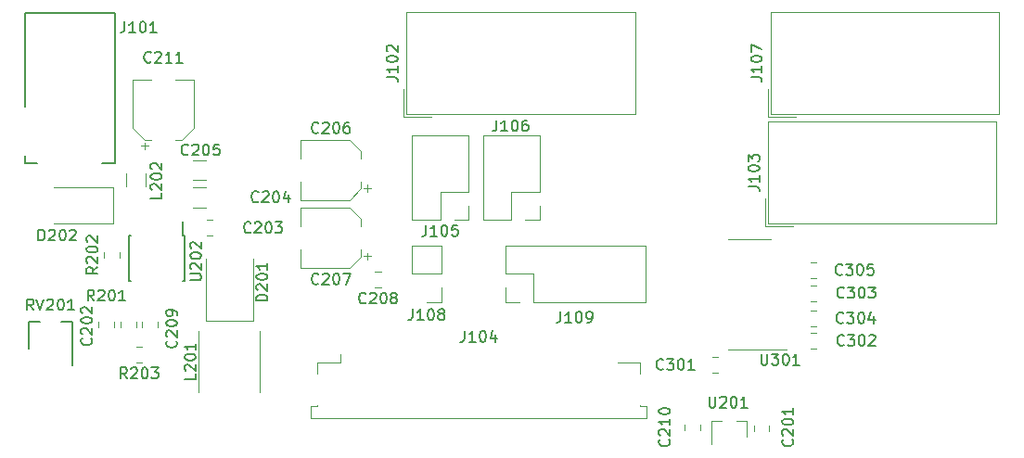
<source format=gto>
G04 #@! TF.GenerationSoftware,KiCad,Pcbnew,5.1.8-5.1.8*
G04 #@! TF.CreationDate,2021-01-07T16:38:59+01:00*
G04 #@! TF.ProjectId,gpsdo-connector,67707364-6f2d-4636-9f6e-6e6563746f72,rev?*
G04 #@! TF.SameCoordinates,PX7ed6b40PY5742de0*
G04 #@! TF.FileFunction,Legend,Top*
G04 #@! TF.FilePolarity,Positive*
%FSLAX46Y46*%
G04 Gerber Fmt 4.6, Leading zero omitted, Abs format (unit mm)*
G04 Created by KiCad (PCBNEW 5.1.8-5.1.8) date 2021-01-07 16:38:59*
%MOMM*%
%LPD*%
G01*
G04 APERTURE LIST*
%ADD10C,0.120000*%
%ADD11C,0.150000*%
%ADD12C,3.302000*%
%ADD13O,1.829200X1.829200*%
%ADD14O,1.802000X1.802000*%
%ADD15O,4.102000X2.102000*%
%ADD16O,2.102000X4.102000*%
%ADD17O,5.102000X2.102000*%
G04 APERTURE END LIST*
D10*
X22141422Y-19090000D02*
X22658578Y-19090000D01*
X22141422Y-20510000D02*
X22658578Y-20510000D01*
X40400000Y-55000D02*
X61260000Y-55000D01*
X61260000Y-55000D02*
X61260000Y-9405000D01*
X61260000Y-9405000D02*
X40400000Y-9405000D01*
X40400000Y-9405000D02*
X40400000Y-55000D01*
X40150000Y-9655000D02*
X42690000Y-9655000D01*
X40150000Y-9655000D02*
X40150000Y-7115000D01*
X13650000Y-19400000D02*
X13650000Y-16100000D01*
X13650000Y-16100000D02*
X8250000Y-16100000D01*
X13650000Y-19400000D02*
X8250000Y-19400000D01*
X14790000Y-16002064D02*
X14790000Y-14797936D01*
X16610000Y-16002064D02*
X16610000Y-14797936D01*
X20960000Y-6240000D02*
X19260000Y-6240000D01*
X15440000Y-6240000D02*
X17140000Y-6240000D01*
X15440000Y-10695563D02*
X15440000Y-6240000D01*
X20960000Y-10695563D02*
X20960000Y-6240000D01*
X19895563Y-11760000D02*
X19260000Y-11760000D01*
X16504437Y-11760000D02*
X17140000Y-11760000D01*
X16504437Y-11760000D02*
X15440000Y-10695563D01*
X19895563Y-11760000D02*
X20960000Y-10695563D01*
X16515000Y-12625000D02*
X16515000Y-12000000D01*
X16202500Y-12312500D02*
X16827500Y-12312500D01*
X22100000Y-28300000D02*
X26400000Y-28300000D01*
X26400000Y-28300000D02*
X26400000Y-22600000D01*
X22100000Y-28300000D02*
X22100000Y-22600000D01*
X65790000Y-38258578D02*
X65790000Y-37741422D01*
X67210000Y-38258578D02*
X67210000Y-37741422D01*
X34340000Y-32090000D02*
X32290000Y-32090000D01*
X34340000Y-32090000D02*
X34340000Y-31310000D01*
X32290000Y-32090000D02*
X32290000Y-33090000D01*
X61710000Y-32090000D02*
X61710000Y-33090000D01*
X61710000Y-32090000D02*
X59660000Y-32090000D01*
X61710000Y-36090000D02*
X62310000Y-36090000D01*
X61710000Y-36090000D02*
X61710000Y-36010000D01*
X62310000Y-36090000D02*
X62310000Y-37210000D01*
X62310000Y-37210000D02*
X31690000Y-37210000D01*
X31690000Y-36090000D02*
X31690000Y-37210000D01*
X31690000Y-36090000D02*
X32290000Y-36090000D01*
X32290000Y-36090000D02*
X32290000Y-36010000D01*
X62240000Y-26580000D02*
X62240000Y-21380000D01*
X52020000Y-26580000D02*
X62240000Y-26580000D01*
X49420000Y-21380000D02*
X62240000Y-21380000D01*
X52020000Y-26580000D02*
X52020000Y-23980000D01*
X52020000Y-23980000D02*
X49420000Y-23980000D01*
X49420000Y-23980000D02*
X49420000Y-21380000D01*
X50750000Y-26580000D02*
X49420000Y-26580000D01*
X49420000Y-26580000D02*
X49420000Y-25250000D01*
X68341422Y-31590000D02*
X68858578Y-31590000D01*
X68341422Y-33010000D02*
X68858578Y-33010000D01*
X52580000Y-11340000D02*
X47380000Y-11340000D01*
X52580000Y-16480000D02*
X52580000Y-11340000D01*
X47380000Y-19080000D02*
X47380000Y-11340000D01*
X52580000Y-16480000D02*
X49980000Y-16480000D01*
X49980000Y-16480000D02*
X49980000Y-19080000D01*
X49980000Y-19080000D02*
X47380000Y-19080000D01*
X52580000Y-17750000D02*
X52580000Y-19080000D01*
X52580000Y-19080000D02*
X51250000Y-19080000D01*
X73400000Y-10055000D02*
X94260000Y-10055000D01*
X94260000Y-10055000D02*
X94260000Y-19405000D01*
X94260000Y-19405000D02*
X73400000Y-19405000D01*
X73400000Y-19405000D02*
X73400000Y-10055000D01*
X73150000Y-19655000D02*
X75690000Y-19655000D01*
X73150000Y-19655000D02*
X73150000Y-17115000D01*
D11*
X5900000Y-28350000D02*
X5900000Y-30850000D01*
X6900000Y-28350000D02*
X5900000Y-28350000D01*
X9900000Y-28350000D02*
X9900000Y-32350000D01*
X8900000Y-28350000D02*
X9900000Y-28350000D01*
X6700000Y-13900000D02*
X5600000Y-13900000D01*
X5600000Y-13900000D02*
X5600000Y-13200000D01*
X5600000Y-8700000D02*
X5600000Y-200000D01*
X5600000Y-200000D02*
X13800000Y-200000D01*
X13800000Y-200000D02*
X13800000Y-13900000D01*
X13800000Y-13900000D02*
X12600000Y-13900000D01*
D10*
X46080000Y-11340000D02*
X40880000Y-11340000D01*
X46080000Y-16480000D02*
X46080000Y-11340000D01*
X40880000Y-19080000D02*
X40880000Y-11340000D01*
X46080000Y-16480000D02*
X43480000Y-16480000D01*
X43480000Y-16480000D02*
X43480000Y-19080000D01*
X43480000Y-19080000D02*
X40880000Y-19080000D01*
X46080000Y-17750000D02*
X46080000Y-19080000D01*
X46080000Y-19080000D02*
X44750000Y-19080000D01*
X73650000Y-55000D02*
X94510000Y-55000D01*
X94510000Y-55000D02*
X94510000Y-9405000D01*
X94510000Y-9405000D02*
X73650000Y-9405000D01*
X73650000Y-9405000D02*
X73650000Y-55000D01*
X73400000Y-9655000D02*
X75940000Y-9655000D01*
X73400000Y-9655000D02*
X73400000Y-7115000D01*
X43580000Y-21380000D02*
X40920000Y-21380000D01*
X43580000Y-23980000D02*
X43580000Y-21380000D01*
X40920000Y-23980000D02*
X40920000Y-21380000D01*
X43580000Y-23980000D02*
X40920000Y-23980000D01*
X43580000Y-25250000D02*
X43580000Y-26580000D01*
X43580000Y-26580000D02*
X42250000Y-26580000D01*
X71430000Y-37390000D02*
X70500000Y-37390000D01*
X68270000Y-37390000D02*
X69200000Y-37390000D01*
X68270000Y-37390000D02*
X68270000Y-39550000D01*
X71430000Y-37390000D02*
X71430000Y-38850000D01*
X71680000Y-20790000D02*
X69730000Y-20790000D01*
X71680000Y-20790000D02*
X73630000Y-20790000D01*
X71680000Y-30910000D02*
X69730000Y-30910000D01*
X71680000Y-30910000D02*
X75130000Y-30910000D01*
X77291422Y-22940000D02*
X77808578Y-22940000D01*
X77291422Y-24360000D02*
X77808578Y-24360000D01*
X77291422Y-27340000D02*
X77808578Y-27340000D01*
X77291422Y-28760000D02*
X77808578Y-28760000D01*
X77808578Y-26460000D02*
X77291422Y-26460000D01*
X77808578Y-25040000D02*
X77291422Y-25040000D01*
X77291422Y-29390000D02*
X77808578Y-29390000D01*
X77291422Y-30810000D02*
X77808578Y-30810000D01*
X73510000Y-37841423D02*
X73510000Y-38358579D01*
X72090000Y-37841423D02*
X72090000Y-38358579D01*
X13710000Y-28341422D02*
X13710000Y-28858578D01*
X12290000Y-28341422D02*
X12290000Y-28858578D01*
X15710000Y-28341422D02*
X15710000Y-28858578D01*
X14290000Y-28341422D02*
X14290000Y-28858578D01*
D11*
X20175000Y-20525000D02*
X19975000Y-20525000D01*
X20175000Y-24675000D02*
X19975000Y-24675000D01*
X15025000Y-24675000D02*
X15225000Y-24675000D01*
X15025000Y-20525000D02*
X15225000Y-20525000D01*
X20175000Y-20525000D02*
X20175000Y-24675000D01*
X15025000Y-20525000D02*
X15025000Y-24675000D01*
X19975000Y-20525000D02*
X19975000Y-19225000D01*
D10*
X15738748Y-30640000D02*
X16261252Y-30640000D01*
X15738748Y-32060000D02*
X16261252Y-32060000D01*
X14210000Y-21988748D02*
X14210000Y-22511252D01*
X12790000Y-21988748D02*
X12790000Y-22511252D01*
X21456000Y-34794000D02*
X21456000Y-29206000D01*
X27044000Y-29206000D02*
X27044000Y-34794000D01*
X17710000Y-28341422D02*
X17710000Y-28858578D01*
X16290000Y-28341422D02*
X16290000Y-28858578D01*
X37541422Y-23790000D02*
X38058578Y-23790000D01*
X37541422Y-25210000D02*
X38058578Y-25210000D01*
X30740000Y-17940000D02*
X30740000Y-19640000D01*
X30740000Y-23460000D02*
X30740000Y-21760000D01*
X35195563Y-23460000D02*
X30740000Y-23460000D01*
X35195563Y-17940000D02*
X30740000Y-17940000D01*
X36260000Y-19004437D02*
X36260000Y-19640000D01*
X36260000Y-22395563D02*
X36260000Y-21760000D01*
X36260000Y-22395563D02*
X35195563Y-23460000D01*
X36260000Y-19004437D02*
X35195563Y-17940000D01*
X37125000Y-22385000D02*
X36500000Y-22385000D01*
X36812500Y-22697500D02*
X36812500Y-22072500D01*
X30740000Y-11740000D02*
X30740000Y-13440000D01*
X30740000Y-17260000D02*
X30740000Y-15560000D01*
X35195563Y-17260000D02*
X30740000Y-17260000D01*
X35195563Y-11740000D02*
X30740000Y-11740000D01*
X36260000Y-12804437D02*
X36260000Y-13440000D01*
X36260000Y-16195563D02*
X36260000Y-15560000D01*
X36260000Y-16195563D02*
X35195563Y-17260000D01*
X36260000Y-12804437D02*
X35195563Y-11740000D01*
X37125000Y-16185000D02*
X36500000Y-16185000D01*
X36812500Y-16497500D02*
X36812500Y-15872500D01*
X20897936Y-15410000D02*
X22102064Y-15410000D01*
X20897936Y-13590000D02*
X22102064Y-13590000D01*
X20897936Y-17910000D02*
X22102064Y-17910000D01*
X20897936Y-16090000D02*
X22102064Y-16090000D01*
D11*
X26180952Y-20157142D02*
X26133333Y-20204761D01*
X25990476Y-20252380D01*
X25895238Y-20252380D01*
X25752380Y-20204761D01*
X25657142Y-20109523D01*
X25609523Y-20014285D01*
X25561904Y-19823809D01*
X25561904Y-19680952D01*
X25609523Y-19490476D01*
X25657142Y-19395238D01*
X25752380Y-19300000D01*
X25895238Y-19252380D01*
X25990476Y-19252380D01*
X26133333Y-19300000D01*
X26180952Y-19347619D01*
X26561904Y-19347619D02*
X26609523Y-19300000D01*
X26704761Y-19252380D01*
X26942857Y-19252380D01*
X27038095Y-19300000D01*
X27085714Y-19347619D01*
X27133333Y-19442857D01*
X27133333Y-19538095D01*
X27085714Y-19680952D01*
X26514285Y-20252380D01*
X27133333Y-20252380D01*
X27752380Y-19252380D02*
X27847619Y-19252380D01*
X27942857Y-19300000D01*
X27990476Y-19347619D01*
X28038095Y-19442857D01*
X28085714Y-19633333D01*
X28085714Y-19871428D01*
X28038095Y-20061904D01*
X27990476Y-20157142D01*
X27942857Y-20204761D01*
X27847619Y-20252380D01*
X27752380Y-20252380D01*
X27657142Y-20204761D01*
X27609523Y-20157142D01*
X27561904Y-20061904D01*
X27514285Y-19871428D01*
X27514285Y-19633333D01*
X27561904Y-19442857D01*
X27609523Y-19347619D01*
X27657142Y-19300000D01*
X27752380Y-19252380D01*
X28419047Y-19252380D02*
X29038095Y-19252380D01*
X28704761Y-19633333D01*
X28847619Y-19633333D01*
X28942857Y-19680952D01*
X28990476Y-19728571D01*
X29038095Y-19823809D01*
X29038095Y-20061904D01*
X28990476Y-20157142D01*
X28942857Y-20204761D01*
X28847619Y-20252380D01*
X28561904Y-20252380D01*
X28466666Y-20204761D01*
X28419047Y-20157142D01*
X38598380Y-6015714D02*
X39312666Y-6015714D01*
X39455523Y-6063333D01*
X39550761Y-6158571D01*
X39598380Y-6301428D01*
X39598380Y-6396666D01*
X39598380Y-5015714D02*
X39598380Y-5587142D01*
X39598380Y-5301428D02*
X38598380Y-5301428D01*
X38741238Y-5396666D01*
X38836476Y-5491904D01*
X38884095Y-5587142D01*
X38598380Y-4396666D02*
X38598380Y-4301428D01*
X38646000Y-4206190D01*
X38693619Y-4158571D01*
X38788857Y-4110952D01*
X38979333Y-4063333D01*
X39217428Y-4063333D01*
X39407904Y-4110952D01*
X39503142Y-4158571D01*
X39550761Y-4206190D01*
X39598380Y-4301428D01*
X39598380Y-4396666D01*
X39550761Y-4491904D01*
X39503142Y-4539523D01*
X39407904Y-4587142D01*
X39217428Y-4634761D01*
X38979333Y-4634761D01*
X38788857Y-4587142D01*
X38693619Y-4539523D01*
X38646000Y-4491904D01*
X38598380Y-4396666D01*
X38693619Y-3682380D02*
X38646000Y-3634761D01*
X38598380Y-3539523D01*
X38598380Y-3301428D01*
X38646000Y-3206190D01*
X38693619Y-3158571D01*
X38788857Y-3110952D01*
X38884095Y-3110952D01*
X39026952Y-3158571D01*
X39598380Y-3730000D01*
X39598380Y-3110952D01*
X6809523Y-20952380D02*
X6809523Y-19952380D01*
X7047619Y-19952380D01*
X7190476Y-20000000D01*
X7285714Y-20095238D01*
X7333333Y-20190476D01*
X7380952Y-20380952D01*
X7380952Y-20523809D01*
X7333333Y-20714285D01*
X7285714Y-20809523D01*
X7190476Y-20904761D01*
X7047619Y-20952380D01*
X6809523Y-20952380D01*
X7761904Y-20047619D02*
X7809523Y-20000000D01*
X7904761Y-19952380D01*
X8142857Y-19952380D01*
X8238095Y-20000000D01*
X8285714Y-20047619D01*
X8333333Y-20142857D01*
X8333333Y-20238095D01*
X8285714Y-20380952D01*
X7714285Y-20952380D01*
X8333333Y-20952380D01*
X8952380Y-19952380D02*
X9047619Y-19952380D01*
X9142857Y-20000000D01*
X9190476Y-20047619D01*
X9238095Y-20142857D01*
X9285714Y-20333333D01*
X9285714Y-20571428D01*
X9238095Y-20761904D01*
X9190476Y-20857142D01*
X9142857Y-20904761D01*
X9047619Y-20952380D01*
X8952380Y-20952380D01*
X8857142Y-20904761D01*
X8809523Y-20857142D01*
X8761904Y-20761904D01*
X8714285Y-20571428D01*
X8714285Y-20333333D01*
X8761904Y-20142857D01*
X8809523Y-20047619D01*
X8857142Y-20000000D01*
X8952380Y-19952380D01*
X9666666Y-20047619D02*
X9714285Y-20000000D01*
X9809523Y-19952380D01*
X10047619Y-19952380D01*
X10142857Y-20000000D01*
X10190476Y-20047619D01*
X10238095Y-20142857D01*
X10238095Y-20238095D01*
X10190476Y-20380952D01*
X9619047Y-20952380D01*
X10238095Y-20952380D01*
X18052380Y-16619047D02*
X18052380Y-17095238D01*
X17052380Y-17095238D01*
X17147619Y-16333333D02*
X17100000Y-16285714D01*
X17052380Y-16190476D01*
X17052380Y-15952380D01*
X17100000Y-15857142D01*
X17147619Y-15809523D01*
X17242857Y-15761904D01*
X17338095Y-15761904D01*
X17480952Y-15809523D01*
X18052380Y-16380952D01*
X18052380Y-15761904D01*
X17052380Y-15142857D02*
X17052380Y-15047619D01*
X17100000Y-14952380D01*
X17147619Y-14904761D01*
X17242857Y-14857142D01*
X17433333Y-14809523D01*
X17671428Y-14809523D01*
X17861904Y-14857142D01*
X17957142Y-14904761D01*
X18004761Y-14952380D01*
X18052380Y-15047619D01*
X18052380Y-15142857D01*
X18004761Y-15238095D01*
X17957142Y-15285714D01*
X17861904Y-15333333D01*
X17671428Y-15380952D01*
X17433333Y-15380952D01*
X17242857Y-15333333D01*
X17147619Y-15285714D01*
X17100000Y-15238095D01*
X17052380Y-15142857D01*
X17147619Y-14428571D02*
X17100000Y-14380952D01*
X17052380Y-14285714D01*
X17052380Y-14047619D01*
X17100000Y-13952380D01*
X17147619Y-13904761D01*
X17242857Y-13857142D01*
X17338095Y-13857142D01*
X17480952Y-13904761D01*
X18052380Y-14476190D01*
X18052380Y-13857142D01*
X17080952Y-4607142D02*
X17033333Y-4654761D01*
X16890476Y-4702380D01*
X16795238Y-4702380D01*
X16652380Y-4654761D01*
X16557142Y-4559523D01*
X16509523Y-4464285D01*
X16461904Y-4273809D01*
X16461904Y-4130952D01*
X16509523Y-3940476D01*
X16557142Y-3845238D01*
X16652380Y-3750000D01*
X16795238Y-3702380D01*
X16890476Y-3702380D01*
X17033333Y-3750000D01*
X17080952Y-3797619D01*
X17461904Y-3797619D02*
X17509523Y-3750000D01*
X17604761Y-3702380D01*
X17842857Y-3702380D01*
X17938095Y-3750000D01*
X17985714Y-3797619D01*
X18033333Y-3892857D01*
X18033333Y-3988095D01*
X17985714Y-4130952D01*
X17414285Y-4702380D01*
X18033333Y-4702380D01*
X18985714Y-4702380D02*
X18414285Y-4702380D01*
X18700000Y-4702380D02*
X18700000Y-3702380D01*
X18604761Y-3845238D01*
X18509523Y-3940476D01*
X18414285Y-3988095D01*
X19938095Y-4702380D02*
X19366666Y-4702380D01*
X19652380Y-4702380D02*
X19652380Y-3702380D01*
X19557142Y-3845238D01*
X19461904Y-3940476D01*
X19366666Y-3988095D01*
X27702380Y-26440476D02*
X26702380Y-26440476D01*
X26702380Y-26202380D01*
X26750000Y-26059523D01*
X26845238Y-25964285D01*
X26940476Y-25916666D01*
X27130952Y-25869047D01*
X27273809Y-25869047D01*
X27464285Y-25916666D01*
X27559523Y-25964285D01*
X27654761Y-26059523D01*
X27702380Y-26202380D01*
X27702380Y-26440476D01*
X26797619Y-25488095D02*
X26750000Y-25440476D01*
X26702380Y-25345238D01*
X26702380Y-25107142D01*
X26750000Y-25011904D01*
X26797619Y-24964285D01*
X26892857Y-24916666D01*
X26988095Y-24916666D01*
X27130952Y-24964285D01*
X27702380Y-25535714D01*
X27702380Y-24916666D01*
X26702380Y-24297619D02*
X26702380Y-24202380D01*
X26750000Y-24107142D01*
X26797619Y-24059523D01*
X26892857Y-24011904D01*
X27083333Y-23964285D01*
X27321428Y-23964285D01*
X27511904Y-24011904D01*
X27607142Y-24059523D01*
X27654761Y-24107142D01*
X27702380Y-24202380D01*
X27702380Y-24297619D01*
X27654761Y-24392857D01*
X27607142Y-24440476D01*
X27511904Y-24488095D01*
X27321428Y-24535714D01*
X27083333Y-24535714D01*
X26892857Y-24488095D01*
X26797619Y-24440476D01*
X26750000Y-24392857D01*
X26702380Y-24297619D01*
X27702380Y-23011904D02*
X27702380Y-23583333D01*
X27702380Y-23297619D02*
X26702380Y-23297619D01*
X26845238Y-23392857D01*
X26940476Y-23488095D01*
X26988095Y-23583333D01*
X64357142Y-39119047D02*
X64404761Y-39166666D01*
X64452380Y-39309523D01*
X64452380Y-39404761D01*
X64404761Y-39547619D01*
X64309523Y-39642857D01*
X64214285Y-39690476D01*
X64023809Y-39738095D01*
X63880952Y-39738095D01*
X63690476Y-39690476D01*
X63595238Y-39642857D01*
X63500000Y-39547619D01*
X63452380Y-39404761D01*
X63452380Y-39309523D01*
X63500000Y-39166666D01*
X63547619Y-39119047D01*
X63547619Y-38738095D02*
X63500000Y-38690476D01*
X63452380Y-38595238D01*
X63452380Y-38357142D01*
X63500000Y-38261904D01*
X63547619Y-38214285D01*
X63642857Y-38166666D01*
X63738095Y-38166666D01*
X63880952Y-38214285D01*
X64452380Y-38785714D01*
X64452380Y-38166666D01*
X64452380Y-37214285D02*
X64452380Y-37785714D01*
X64452380Y-37500000D02*
X63452380Y-37500000D01*
X63595238Y-37595238D01*
X63690476Y-37690476D01*
X63738095Y-37785714D01*
X63452380Y-36595238D02*
X63452380Y-36500000D01*
X63500000Y-36404761D01*
X63547619Y-36357142D01*
X63642857Y-36309523D01*
X63833333Y-36261904D01*
X64071428Y-36261904D01*
X64261904Y-36309523D01*
X64357142Y-36357142D01*
X64404761Y-36404761D01*
X64452380Y-36500000D01*
X64452380Y-36595238D01*
X64404761Y-36690476D01*
X64357142Y-36738095D01*
X64261904Y-36785714D01*
X64071428Y-36833333D01*
X63833333Y-36833333D01*
X63642857Y-36785714D01*
X63547619Y-36738095D01*
X63500000Y-36690476D01*
X63452380Y-36595238D01*
X45714285Y-29202380D02*
X45714285Y-29916666D01*
X45666666Y-30059523D01*
X45571428Y-30154761D01*
X45428571Y-30202380D01*
X45333333Y-30202380D01*
X46714285Y-30202380D02*
X46142857Y-30202380D01*
X46428571Y-30202380D02*
X46428571Y-29202380D01*
X46333333Y-29345238D01*
X46238095Y-29440476D01*
X46142857Y-29488095D01*
X47333333Y-29202380D02*
X47428571Y-29202380D01*
X47523809Y-29250000D01*
X47571428Y-29297619D01*
X47619047Y-29392857D01*
X47666666Y-29583333D01*
X47666666Y-29821428D01*
X47619047Y-30011904D01*
X47571428Y-30107142D01*
X47523809Y-30154761D01*
X47428571Y-30202380D01*
X47333333Y-30202380D01*
X47238095Y-30154761D01*
X47190476Y-30107142D01*
X47142857Y-30011904D01*
X47095238Y-29821428D01*
X47095238Y-29583333D01*
X47142857Y-29392857D01*
X47190476Y-29297619D01*
X47238095Y-29250000D01*
X47333333Y-29202380D01*
X48523809Y-29535714D02*
X48523809Y-30202380D01*
X48285714Y-29154761D02*
X48047619Y-29869047D01*
X48666666Y-29869047D01*
X54464285Y-27452380D02*
X54464285Y-28166666D01*
X54416666Y-28309523D01*
X54321428Y-28404761D01*
X54178571Y-28452380D01*
X54083333Y-28452380D01*
X55464285Y-28452380D02*
X54892857Y-28452380D01*
X55178571Y-28452380D02*
X55178571Y-27452380D01*
X55083333Y-27595238D01*
X54988095Y-27690476D01*
X54892857Y-27738095D01*
X56083333Y-27452380D02*
X56178571Y-27452380D01*
X56273809Y-27500000D01*
X56321428Y-27547619D01*
X56369047Y-27642857D01*
X56416666Y-27833333D01*
X56416666Y-28071428D01*
X56369047Y-28261904D01*
X56321428Y-28357142D01*
X56273809Y-28404761D01*
X56178571Y-28452380D01*
X56083333Y-28452380D01*
X55988095Y-28404761D01*
X55940476Y-28357142D01*
X55892857Y-28261904D01*
X55845238Y-28071428D01*
X55845238Y-27833333D01*
X55892857Y-27642857D01*
X55940476Y-27547619D01*
X55988095Y-27500000D01*
X56083333Y-27452380D01*
X56892857Y-28452380D02*
X57083333Y-28452380D01*
X57178571Y-28404761D01*
X57226190Y-28357142D01*
X57321428Y-28214285D01*
X57369047Y-28023809D01*
X57369047Y-27642857D01*
X57321428Y-27547619D01*
X57273809Y-27500000D01*
X57178571Y-27452380D01*
X56988095Y-27452380D01*
X56892857Y-27500000D01*
X56845238Y-27547619D01*
X56797619Y-27642857D01*
X56797619Y-27880952D01*
X56845238Y-27976190D01*
X56892857Y-28023809D01*
X56988095Y-28071428D01*
X57178571Y-28071428D01*
X57273809Y-28023809D01*
X57321428Y-27976190D01*
X57369047Y-27880952D01*
X63830952Y-32657142D02*
X63783333Y-32704761D01*
X63640476Y-32752380D01*
X63545238Y-32752380D01*
X63402380Y-32704761D01*
X63307142Y-32609523D01*
X63259523Y-32514285D01*
X63211904Y-32323809D01*
X63211904Y-32180952D01*
X63259523Y-31990476D01*
X63307142Y-31895238D01*
X63402380Y-31800000D01*
X63545238Y-31752380D01*
X63640476Y-31752380D01*
X63783333Y-31800000D01*
X63830952Y-31847619D01*
X64164285Y-31752380D02*
X64783333Y-31752380D01*
X64450000Y-32133333D01*
X64592857Y-32133333D01*
X64688095Y-32180952D01*
X64735714Y-32228571D01*
X64783333Y-32323809D01*
X64783333Y-32561904D01*
X64735714Y-32657142D01*
X64688095Y-32704761D01*
X64592857Y-32752380D01*
X64307142Y-32752380D01*
X64211904Y-32704761D01*
X64164285Y-32657142D01*
X65402380Y-31752380D02*
X65497619Y-31752380D01*
X65592857Y-31800000D01*
X65640476Y-31847619D01*
X65688095Y-31942857D01*
X65735714Y-32133333D01*
X65735714Y-32371428D01*
X65688095Y-32561904D01*
X65640476Y-32657142D01*
X65592857Y-32704761D01*
X65497619Y-32752380D01*
X65402380Y-32752380D01*
X65307142Y-32704761D01*
X65259523Y-32657142D01*
X65211904Y-32561904D01*
X65164285Y-32371428D01*
X65164285Y-32133333D01*
X65211904Y-31942857D01*
X65259523Y-31847619D01*
X65307142Y-31800000D01*
X65402380Y-31752380D01*
X66688095Y-32752380D02*
X66116666Y-32752380D01*
X66402380Y-32752380D02*
X66402380Y-31752380D01*
X66307142Y-31895238D01*
X66211904Y-31990476D01*
X66116666Y-32038095D01*
X48614285Y-9952380D02*
X48614285Y-10666666D01*
X48566666Y-10809523D01*
X48471428Y-10904761D01*
X48328571Y-10952380D01*
X48233333Y-10952380D01*
X49614285Y-10952380D02*
X49042857Y-10952380D01*
X49328571Y-10952380D02*
X49328571Y-9952380D01*
X49233333Y-10095238D01*
X49138095Y-10190476D01*
X49042857Y-10238095D01*
X50233333Y-9952380D02*
X50328571Y-9952380D01*
X50423809Y-10000000D01*
X50471428Y-10047619D01*
X50519047Y-10142857D01*
X50566666Y-10333333D01*
X50566666Y-10571428D01*
X50519047Y-10761904D01*
X50471428Y-10857142D01*
X50423809Y-10904761D01*
X50328571Y-10952380D01*
X50233333Y-10952380D01*
X50138095Y-10904761D01*
X50090476Y-10857142D01*
X50042857Y-10761904D01*
X49995238Y-10571428D01*
X49995238Y-10333333D01*
X50042857Y-10142857D01*
X50090476Y-10047619D01*
X50138095Y-10000000D01*
X50233333Y-9952380D01*
X51423809Y-9952380D02*
X51233333Y-9952380D01*
X51138095Y-10000000D01*
X51090476Y-10047619D01*
X50995238Y-10190476D01*
X50947619Y-10380952D01*
X50947619Y-10761904D01*
X50995238Y-10857142D01*
X51042857Y-10904761D01*
X51138095Y-10952380D01*
X51328571Y-10952380D01*
X51423809Y-10904761D01*
X51471428Y-10857142D01*
X51519047Y-10761904D01*
X51519047Y-10523809D01*
X51471428Y-10428571D01*
X51423809Y-10380952D01*
X51328571Y-10333333D01*
X51138095Y-10333333D01*
X51042857Y-10380952D01*
X50995238Y-10428571D01*
X50947619Y-10523809D01*
X71598380Y-16015714D02*
X72312666Y-16015714D01*
X72455523Y-16063333D01*
X72550761Y-16158571D01*
X72598380Y-16301428D01*
X72598380Y-16396666D01*
X72598380Y-15015714D02*
X72598380Y-15587142D01*
X72598380Y-15301428D02*
X71598380Y-15301428D01*
X71741238Y-15396666D01*
X71836476Y-15491904D01*
X71884095Y-15587142D01*
X71598380Y-14396666D02*
X71598380Y-14301428D01*
X71646000Y-14206190D01*
X71693619Y-14158571D01*
X71788857Y-14110952D01*
X71979333Y-14063333D01*
X72217428Y-14063333D01*
X72407904Y-14110952D01*
X72503142Y-14158571D01*
X72550761Y-14206190D01*
X72598380Y-14301428D01*
X72598380Y-14396666D01*
X72550761Y-14491904D01*
X72503142Y-14539523D01*
X72407904Y-14587142D01*
X72217428Y-14634761D01*
X71979333Y-14634761D01*
X71788857Y-14587142D01*
X71693619Y-14539523D01*
X71646000Y-14491904D01*
X71598380Y-14396666D01*
X71598380Y-13730000D02*
X71598380Y-13110952D01*
X71979333Y-13444285D01*
X71979333Y-13301428D01*
X72026952Y-13206190D01*
X72074571Y-13158571D01*
X72169809Y-13110952D01*
X72407904Y-13110952D01*
X72503142Y-13158571D01*
X72550761Y-13206190D01*
X72598380Y-13301428D01*
X72598380Y-13587142D01*
X72550761Y-13682380D01*
X72503142Y-13730000D01*
X6352380Y-27302380D02*
X6019047Y-26826190D01*
X5780952Y-27302380D02*
X5780952Y-26302380D01*
X6161904Y-26302380D01*
X6257142Y-26350000D01*
X6304761Y-26397619D01*
X6352380Y-26492857D01*
X6352380Y-26635714D01*
X6304761Y-26730952D01*
X6257142Y-26778571D01*
X6161904Y-26826190D01*
X5780952Y-26826190D01*
X6638095Y-26302380D02*
X6971428Y-27302380D01*
X7304761Y-26302380D01*
X7590476Y-26397619D02*
X7638095Y-26350000D01*
X7733333Y-26302380D01*
X7971428Y-26302380D01*
X8066666Y-26350000D01*
X8114285Y-26397619D01*
X8161904Y-26492857D01*
X8161904Y-26588095D01*
X8114285Y-26730952D01*
X7542857Y-27302380D01*
X8161904Y-27302380D01*
X8780952Y-26302380D02*
X8876190Y-26302380D01*
X8971428Y-26350000D01*
X9019047Y-26397619D01*
X9066666Y-26492857D01*
X9114285Y-26683333D01*
X9114285Y-26921428D01*
X9066666Y-27111904D01*
X9019047Y-27207142D01*
X8971428Y-27254761D01*
X8876190Y-27302380D01*
X8780952Y-27302380D01*
X8685714Y-27254761D01*
X8638095Y-27207142D01*
X8590476Y-27111904D01*
X8542857Y-26921428D01*
X8542857Y-26683333D01*
X8590476Y-26492857D01*
X8638095Y-26397619D01*
X8685714Y-26350000D01*
X8780952Y-26302380D01*
X10066666Y-27302380D02*
X9495238Y-27302380D01*
X9780952Y-27302380D02*
X9780952Y-26302380D01*
X9685714Y-26445238D01*
X9590476Y-26540476D01*
X9495238Y-26588095D01*
X14664285Y-952380D02*
X14664285Y-1666666D01*
X14616666Y-1809523D01*
X14521428Y-1904761D01*
X14378571Y-1952380D01*
X14283333Y-1952380D01*
X15664285Y-1952380D02*
X15092857Y-1952380D01*
X15378571Y-1952380D02*
X15378571Y-952380D01*
X15283333Y-1095238D01*
X15188095Y-1190476D01*
X15092857Y-1238095D01*
X16283333Y-952380D02*
X16378571Y-952380D01*
X16473809Y-1000000D01*
X16521428Y-1047619D01*
X16569047Y-1142857D01*
X16616666Y-1333333D01*
X16616666Y-1571428D01*
X16569047Y-1761904D01*
X16521428Y-1857142D01*
X16473809Y-1904761D01*
X16378571Y-1952380D01*
X16283333Y-1952380D01*
X16188095Y-1904761D01*
X16140476Y-1857142D01*
X16092857Y-1761904D01*
X16045238Y-1571428D01*
X16045238Y-1333333D01*
X16092857Y-1142857D01*
X16140476Y-1047619D01*
X16188095Y-1000000D01*
X16283333Y-952380D01*
X17569047Y-1952380D02*
X16997619Y-1952380D01*
X17283333Y-1952380D02*
X17283333Y-952380D01*
X17188095Y-1095238D01*
X17092857Y-1190476D01*
X16997619Y-1238095D01*
X42194285Y-19532380D02*
X42194285Y-20246666D01*
X42146666Y-20389523D01*
X42051428Y-20484761D01*
X41908571Y-20532380D01*
X41813333Y-20532380D01*
X43194285Y-20532380D02*
X42622857Y-20532380D01*
X42908571Y-20532380D02*
X42908571Y-19532380D01*
X42813333Y-19675238D01*
X42718095Y-19770476D01*
X42622857Y-19818095D01*
X43813333Y-19532380D02*
X43908571Y-19532380D01*
X44003809Y-19580000D01*
X44051428Y-19627619D01*
X44099047Y-19722857D01*
X44146666Y-19913333D01*
X44146666Y-20151428D01*
X44099047Y-20341904D01*
X44051428Y-20437142D01*
X44003809Y-20484761D01*
X43908571Y-20532380D01*
X43813333Y-20532380D01*
X43718095Y-20484761D01*
X43670476Y-20437142D01*
X43622857Y-20341904D01*
X43575238Y-20151428D01*
X43575238Y-19913333D01*
X43622857Y-19722857D01*
X43670476Y-19627619D01*
X43718095Y-19580000D01*
X43813333Y-19532380D01*
X45051428Y-19532380D02*
X44575238Y-19532380D01*
X44527619Y-20008571D01*
X44575238Y-19960952D01*
X44670476Y-19913333D01*
X44908571Y-19913333D01*
X45003809Y-19960952D01*
X45051428Y-20008571D01*
X45099047Y-20103809D01*
X45099047Y-20341904D01*
X45051428Y-20437142D01*
X45003809Y-20484761D01*
X44908571Y-20532380D01*
X44670476Y-20532380D01*
X44575238Y-20484761D01*
X44527619Y-20437142D01*
X71848380Y-6015714D02*
X72562666Y-6015714D01*
X72705523Y-6063333D01*
X72800761Y-6158571D01*
X72848380Y-6301428D01*
X72848380Y-6396666D01*
X72848380Y-5015714D02*
X72848380Y-5587142D01*
X72848380Y-5301428D02*
X71848380Y-5301428D01*
X71991238Y-5396666D01*
X72086476Y-5491904D01*
X72134095Y-5587142D01*
X71848380Y-4396666D02*
X71848380Y-4301428D01*
X71896000Y-4206190D01*
X71943619Y-4158571D01*
X72038857Y-4110952D01*
X72229333Y-4063333D01*
X72467428Y-4063333D01*
X72657904Y-4110952D01*
X72753142Y-4158571D01*
X72800761Y-4206190D01*
X72848380Y-4301428D01*
X72848380Y-4396666D01*
X72800761Y-4491904D01*
X72753142Y-4539523D01*
X72657904Y-4587142D01*
X72467428Y-4634761D01*
X72229333Y-4634761D01*
X72038857Y-4587142D01*
X71943619Y-4539523D01*
X71896000Y-4491904D01*
X71848380Y-4396666D01*
X71848380Y-3730000D02*
X71848380Y-3063333D01*
X72848380Y-3491904D01*
X40964285Y-27202380D02*
X40964285Y-27916666D01*
X40916666Y-28059523D01*
X40821428Y-28154761D01*
X40678571Y-28202380D01*
X40583333Y-28202380D01*
X41964285Y-28202380D02*
X41392857Y-28202380D01*
X41678571Y-28202380D02*
X41678571Y-27202380D01*
X41583333Y-27345238D01*
X41488095Y-27440476D01*
X41392857Y-27488095D01*
X42583333Y-27202380D02*
X42678571Y-27202380D01*
X42773809Y-27250000D01*
X42821428Y-27297619D01*
X42869047Y-27392857D01*
X42916666Y-27583333D01*
X42916666Y-27821428D01*
X42869047Y-28011904D01*
X42821428Y-28107142D01*
X42773809Y-28154761D01*
X42678571Y-28202380D01*
X42583333Y-28202380D01*
X42488095Y-28154761D01*
X42440476Y-28107142D01*
X42392857Y-28011904D01*
X42345238Y-27821428D01*
X42345238Y-27583333D01*
X42392857Y-27392857D01*
X42440476Y-27297619D01*
X42488095Y-27250000D01*
X42583333Y-27202380D01*
X43488095Y-27630952D02*
X43392857Y-27583333D01*
X43345238Y-27535714D01*
X43297619Y-27440476D01*
X43297619Y-27392857D01*
X43345238Y-27297619D01*
X43392857Y-27250000D01*
X43488095Y-27202380D01*
X43678571Y-27202380D01*
X43773809Y-27250000D01*
X43821428Y-27297619D01*
X43869047Y-27392857D01*
X43869047Y-27440476D01*
X43821428Y-27535714D01*
X43773809Y-27583333D01*
X43678571Y-27630952D01*
X43488095Y-27630952D01*
X43392857Y-27678571D01*
X43345238Y-27726190D01*
X43297619Y-27821428D01*
X43297619Y-28011904D01*
X43345238Y-28107142D01*
X43392857Y-28154761D01*
X43488095Y-28202380D01*
X43678571Y-28202380D01*
X43773809Y-28154761D01*
X43821428Y-28107142D01*
X43869047Y-28011904D01*
X43869047Y-27821428D01*
X43821428Y-27726190D01*
X43773809Y-27678571D01*
X43678571Y-27630952D01*
X68035714Y-35202380D02*
X68035714Y-36011904D01*
X68083333Y-36107142D01*
X68130952Y-36154761D01*
X68226190Y-36202380D01*
X68416666Y-36202380D01*
X68511904Y-36154761D01*
X68559523Y-36107142D01*
X68607142Y-36011904D01*
X68607142Y-35202380D01*
X69035714Y-35297619D02*
X69083333Y-35250000D01*
X69178571Y-35202380D01*
X69416666Y-35202380D01*
X69511904Y-35250000D01*
X69559523Y-35297619D01*
X69607142Y-35392857D01*
X69607142Y-35488095D01*
X69559523Y-35630952D01*
X68988095Y-36202380D01*
X69607142Y-36202380D01*
X70226190Y-35202380D02*
X70321428Y-35202380D01*
X70416666Y-35250000D01*
X70464285Y-35297619D01*
X70511904Y-35392857D01*
X70559523Y-35583333D01*
X70559523Y-35821428D01*
X70511904Y-36011904D01*
X70464285Y-36107142D01*
X70416666Y-36154761D01*
X70321428Y-36202380D01*
X70226190Y-36202380D01*
X70130952Y-36154761D01*
X70083333Y-36107142D01*
X70035714Y-36011904D01*
X69988095Y-35821428D01*
X69988095Y-35583333D01*
X70035714Y-35392857D01*
X70083333Y-35297619D01*
X70130952Y-35250000D01*
X70226190Y-35202380D01*
X71511904Y-36202380D02*
X70940476Y-36202380D01*
X71226190Y-36202380D02*
X71226190Y-35202380D01*
X71130952Y-35345238D01*
X71035714Y-35440476D01*
X70940476Y-35488095D01*
X72785714Y-31302380D02*
X72785714Y-32111904D01*
X72833333Y-32207142D01*
X72880952Y-32254761D01*
X72976190Y-32302380D01*
X73166666Y-32302380D01*
X73261904Y-32254761D01*
X73309523Y-32207142D01*
X73357142Y-32111904D01*
X73357142Y-31302380D01*
X73738095Y-31302380D02*
X74357142Y-31302380D01*
X74023809Y-31683333D01*
X74166666Y-31683333D01*
X74261904Y-31730952D01*
X74309523Y-31778571D01*
X74357142Y-31873809D01*
X74357142Y-32111904D01*
X74309523Y-32207142D01*
X74261904Y-32254761D01*
X74166666Y-32302380D01*
X73880952Y-32302380D01*
X73785714Y-32254761D01*
X73738095Y-32207142D01*
X74976190Y-31302380D02*
X75071428Y-31302380D01*
X75166666Y-31350000D01*
X75214285Y-31397619D01*
X75261904Y-31492857D01*
X75309523Y-31683333D01*
X75309523Y-31921428D01*
X75261904Y-32111904D01*
X75214285Y-32207142D01*
X75166666Y-32254761D01*
X75071428Y-32302380D01*
X74976190Y-32302380D01*
X74880952Y-32254761D01*
X74833333Y-32207142D01*
X74785714Y-32111904D01*
X74738095Y-31921428D01*
X74738095Y-31683333D01*
X74785714Y-31492857D01*
X74833333Y-31397619D01*
X74880952Y-31350000D01*
X74976190Y-31302380D01*
X76261904Y-32302380D02*
X75690476Y-32302380D01*
X75976190Y-32302380D02*
X75976190Y-31302380D01*
X75880952Y-31445238D01*
X75785714Y-31540476D01*
X75690476Y-31588095D01*
X80180952Y-24007142D02*
X80133333Y-24054761D01*
X79990476Y-24102380D01*
X79895238Y-24102380D01*
X79752380Y-24054761D01*
X79657142Y-23959523D01*
X79609523Y-23864285D01*
X79561904Y-23673809D01*
X79561904Y-23530952D01*
X79609523Y-23340476D01*
X79657142Y-23245238D01*
X79752380Y-23150000D01*
X79895238Y-23102380D01*
X79990476Y-23102380D01*
X80133333Y-23150000D01*
X80180952Y-23197619D01*
X80514285Y-23102380D02*
X81133333Y-23102380D01*
X80800000Y-23483333D01*
X80942857Y-23483333D01*
X81038095Y-23530952D01*
X81085714Y-23578571D01*
X81133333Y-23673809D01*
X81133333Y-23911904D01*
X81085714Y-24007142D01*
X81038095Y-24054761D01*
X80942857Y-24102380D01*
X80657142Y-24102380D01*
X80561904Y-24054761D01*
X80514285Y-24007142D01*
X81752380Y-23102380D02*
X81847619Y-23102380D01*
X81942857Y-23150000D01*
X81990476Y-23197619D01*
X82038095Y-23292857D01*
X82085714Y-23483333D01*
X82085714Y-23721428D01*
X82038095Y-23911904D01*
X81990476Y-24007142D01*
X81942857Y-24054761D01*
X81847619Y-24102380D01*
X81752380Y-24102380D01*
X81657142Y-24054761D01*
X81609523Y-24007142D01*
X81561904Y-23911904D01*
X81514285Y-23721428D01*
X81514285Y-23483333D01*
X81561904Y-23292857D01*
X81609523Y-23197619D01*
X81657142Y-23150000D01*
X81752380Y-23102380D01*
X82990476Y-23102380D02*
X82514285Y-23102380D01*
X82466666Y-23578571D01*
X82514285Y-23530952D01*
X82609523Y-23483333D01*
X82847619Y-23483333D01*
X82942857Y-23530952D01*
X82990476Y-23578571D01*
X83038095Y-23673809D01*
X83038095Y-23911904D01*
X82990476Y-24007142D01*
X82942857Y-24054761D01*
X82847619Y-24102380D01*
X82609523Y-24102380D01*
X82514285Y-24054761D01*
X82466666Y-24007142D01*
X80280952Y-28407142D02*
X80233333Y-28454761D01*
X80090476Y-28502380D01*
X79995238Y-28502380D01*
X79852380Y-28454761D01*
X79757142Y-28359523D01*
X79709523Y-28264285D01*
X79661904Y-28073809D01*
X79661904Y-27930952D01*
X79709523Y-27740476D01*
X79757142Y-27645238D01*
X79852380Y-27550000D01*
X79995238Y-27502380D01*
X80090476Y-27502380D01*
X80233333Y-27550000D01*
X80280952Y-27597619D01*
X80614285Y-27502380D02*
X81233333Y-27502380D01*
X80900000Y-27883333D01*
X81042857Y-27883333D01*
X81138095Y-27930952D01*
X81185714Y-27978571D01*
X81233333Y-28073809D01*
X81233333Y-28311904D01*
X81185714Y-28407142D01*
X81138095Y-28454761D01*
X81042857Y-28502380D01*
X80757142Y-28502380D01*
X80661904Y-28454761D01*
X80614285Y-28407142D01*
X81852380Y-27502380D02*
X81947619Y-27502380D01*
X82042857Y-27550000D01*
X82090476Y-27597619D01*
X82138095Y-27692857D01*
X82185714Y-27883333D01*
X82185714Y-28121428D01*
X82138095Y-28311904D01*
X82090476Y-28407142D01*
X82042857Y-28454761D01*
X81947619Y-28502380D01*
X81852380Y-28502380D01*
X81757142Y-28454761D01*
X81709523Y-28407142D01*
X81661904Y-28311904D01*
X81614285Y-28121428D01*
X81614285Y-27883333D01*
X81661904Y-27692857D01*
X81709523Y-27597619D01*
X81757142Y-27550000D01*
X81852380Y-27502380D01*
X83042857Y-27835714D02*
X83042857Y-28502380D01*
X82804761Y-27454761D02*
X82566666Y-28169047D01*
X83185714Y-28169047D01*
X80330952Y-26107142D02*
X80283333Y-26154761D01*
X80140476Y-26202380D01*
X80045238Y-26202380D01*
X79902380Y-26154761D01*
X79807142Y-26059523D01*
X79759523Y-25964285D01*
X79711904Y-25773809D01*
X79711904Y-25630952D01*
X79759523Y-25440476D01*
X79807142Y-25345238D01*
X79902380Y-25250000D01*
X80045238Y-25202380D01*
X80140476Y-25202380D01*
X80283333Y-25250000D01*
X80330952Y-25297619D01*
X80664285Y-25202380D02*
X81283333Y-25202380D01*
X80950000Y-25583333D01*
X81092857Y-25583333D01*
X81188095Y-25630952D01*
X81235714Y-25678571D01*
X81283333Y-25773809D01*
X81283333Y-26011904D01*
X81235714Y-26107142D01*
X81188095Y-26154761D01*
X81092857Y-26202380D01*
X80807142Y-26202380D01*
X80711904Y-26154761D01*
X80664285Y-26107142D01*
X81902380Y-25202380D02*
X81997619Y-25202380D01*
X82092857Y-25250000D01*
X82140476Y-25297619D01*
X82188095Y-25392857D01*
X82235714Y-25583333D01*
X82235714Y-25821428D01*
X82188095Y-26011904D01*
X82140476Y-26107142D01*
X82092857Y-26154761D01*
X81997619Y-26202380D01*
X81902380Y-26202380D01*
X81807142Y-26154761D01*
X81759523Y-26107142D01*
X81711904Y-26011904D01*
X81664285Y-25821428D01*
X81664285Y-25583333D01*
X81711904Y-25392857D01*
X81759523Y-25297619D01*
X81807142Y-25250000D01*
X81902380Y-25202380D01*
X82569047Y-25202380D02*
X83188095Y-25202380D01*
X82854761Y-25583333D01*
X82997619Y-25583333D01*
X83092857Y-25630952D01*
X83140476Y-25678571D01*
X83188095Y-25773809D01*
X83188095Y-26011904D01*
X83140476Y-26107142D01*
X83092857Y-26154761D01*
X82997619Y-26202380D01*
X82711904Y-26202380D01*
X82616666Y-26154761D01*
X82569047Y-26107142D01*
X80330952Y-30457142D02*
X80283333Y-30504761D01*
X80140476Y-30552380D01*
X80045238Y-30552380D01*
X79902380Y-30504761D01*
X79807142Y-30409523D01*
X79759523Y-30314285D01*
X79711904Y-30123809D01*
X79711904Y-29980952D01*
X79759523Y-29790476D01*
X79807142Y-29695238D01*
X79902380Y-29600000D01*
X80045238Y-29552380D01*
X80140476Y-29552380D01*
X80283333Y-29600000D01*
X80330952Y-29647619D01*
X80664285Y-29552380D02*
X81283333Y-29552380D01*
X80950000Y-29933333D01*
X81092857Y-29933333D01*
X81188095Y-29980952D01*
X81235714Y-30028571D01*
X81283333Y-30123809D01*
X81283333Y-30361904D01*
X81235714Y-30457142D01*
X81188095Y-30504761D01*
X81092857Y-30552380D01*
X80807142Y-30552380D01*
X80711904Y-30504761D01*
X80664285Y-30457142D01*
X81902380Y-29552380D02*
X81997619Y-29552380D01*
X82092857Y-29600000D01*
X82140476Y-29647619D01*
X82188095Y-29742857D01*
X82235714Y-29933333D01*
X82235714Y-30171428D01*
X82188095Y-30361904D01*
X82140476Y-30457142D01*
X82092857Y-30504761D01*
X81997619Y-30552380D01*
X81902380Y-30552380D01*
X81807142Y-30504761D01*
X81759523Y-30457142D01*
X81711904Y-30361904D01*
X81664285Y-30171428D01*
X81664285Y-29933333D01*
X81711904Y-29742857D01*
X81759523Y-29647619D01*
X81807142Y-29600000D01*
X81902380Y-29552380D01*
X82616666Y-29647619D02*
X82664285Y-29600000D01*
X82759523Y-29552380D01*
X82997619Y-29552380D01*
X83092857Y-29600000D01*
X83140476Y-29647619D01*
X83188095Y-29742857D01*
X83188095Y-29838095D01*
X83140476Y-29980952D01*
X82569047Y-30552380D01*
X83188095Y-30552380D01*
X75607142Y-39119047D02*
X75654761Y-39166666D01*
X75702380Y-39309523D01*
X75702380Y-39404761D01*
X75654761Y-39547619D01*
X75559523Y-39642857D01*
X75464285Y-39690476D01*
X75273809Y-39738095D01*
X75130952Y-39738095D01*
X74940476Y-39690476D01*
X74845238Y-39642857D01*
X74750000Y-39547619D01*
X74702380Y-39404761D01*
X74702380Y-39309523D01*
X74750000Y-39166666D01*
X74797619Y-39119047D01*
X74797619Y-38738095D02*
X74750000Y-38690476D01*
X74702380Y-38595238D01*
X74702380Y-38357142D01*
X74750000Y-38261904D01*
X74797619Y-38214285D01*
X74892857Y-38166666D01*
X74988095Y-38166666D01*
X75130952Y-38214285D01*
X75702380Y-38785714D01*
X75702380Y-38166666D01*
X74702380Y-37547619D02*
X74702380Y-37452380D01*
X74750000Y-37357142D01*
X74797619Y-37309523D01*
X74892857Y-37261904D01*
X75083333Y-37214285D01*
X75321428Y-37214285D01*
X75511904Y-37261904D01*
X75607142Y-37309523D01*
X75654761Y-37357142D01*
X75702380Y-37452380D01*
X75702380Y-37547619D01*
X75654761Y-37642857D01*
X75607142Y-37690476D01*
X75511904Y-37738095D01*
X75321428Y-37785714D01*
X75083333Y-37785714D01*
X74892857Y-37738095D01*
X74797619Y-37690476D01*
X74750000Y-37642857D01*
X74702380Y-37547619D01*
X75702380Y-36261904D02*
X75702380Y-36833333D01*
X75702380Y-36547619D02*
X74702380Y-36547619D01*
X74845238Y-36642857D01*
X74940476Y-36738095D01*
X74988095Y-36833333D01*
X11607142Y-29869047D02*
X11654761Y-29916666D01*
X11702380Y-30059523D01*
X11702380Y-30154761D01*
X11654761Y-30297619D01*
X11559523Y-30392857D01*
X11464285Y-30440476D01*
X11273809Y-30488095D01*
X11130952Y-30488095D01*
X10940476Y-30440476D01*
X10845238Y-30392857D01*
X10750000Y-30297619D01*
X10702380Y-30154761D01*
X10702380Y-30059523D01*
X10750000Y-29916666D01*
X10797619Y-29869047D01*
X10797619Y-29488095D02*
X10750000Y-29440476D01*
X10702380Y-29345238D01*
X10702380Y-29107142D01*
X10750000Y-29011904D01*
X10797619Y-28964285D01*
X10892857Y-28916666D01*
X10988095Y-28916666D01*
X11130952Y-28964285D01*
X11702380Y-29535714D01*
X11702380Y-28916666D01*
X10702380Y-28297619D02*
X10702380Y-28202380D01*
X10750000Y-28107142D01*
X10797619Y-28059523D01*
X10892857Y-28011904D01*
X11083333Y-27964285D01*
X11321428Y-27964285D01*
X11511904Y-28011904D01*
X11607142Y-28059523D01*
X11654761Y-28107142D01*
X11702380Y-28202380D01*
X11702380Y-28297619D01*
X11654761Y-28392857D01*
X11607142Y-28440476D01*
X11511904Y-28488095D01*
X11321428Y-28535714D01*
X11083333Y-28535714D01*
X10892857Y-28488095D01*
X10797619Y-28440476D01*
X10750000Y-28392857D01*
X10702380Y-28297619D01*
X10797619Y-27583333D02*
X10750000Y-27535714D01*
X10702380Y-27440476D01*
X10702380Y-27202380D01*
X10750000Y-27107142D01*
X10797619Y-27059523D01*
X10892857Y-27011904D01*
X10988095Y-27011904D01*
X11130952Y-27059523D01*
X11702380Y-27630952D01*
X11702380Y-27011904D01*
X11880952Y-26452380D02*
X11547619Y-25976190D01*
X11309523Y-26452380D02*
X11309523Y-25452380D01*
X11690476Y-25452380D01*
X11785714Y-25500000D01*
X11833333Y-25547619D01*
X11880952Y-25642857D01*
X11880952Y-25785714D01*
X11833333Y-25880952D01*
X11785714Y-25928571D01*
X11690476Y-25976190D01*
X11309523Y-25976190D01*
X12261904Y-25547619D02*
X12309523Y-25500000D01*
X12404761Y-25452380D01*
X12642857Y-25452380D01*
X12738095Y-25500000D01*
X12785714Y-25547619D01*
X12833333Y-25642857D01*
X12833333Y-25738095D01*
X12785714Y-25880952D01*
X12214285Y-26452380D01*
X12833333Y-26452380D01*
X13452380Y-25452380D02*
X13547619Y-25452380D01*
X13642857Y-25500000D01*
X13690476Y-25547619D01*
X13738095Y-25642857D01*
X13785714Y-25833333D01*
X13785714Y-26071428D01*
X13738095Y-26261904D01*
X13690476Y-26357142D01*
X13642857Y-26404761D01*
X13547619Y-26452380D01*
X13452380Y-26452380D01*
X13357142Y-26404761D01*
X13309523Y-26357142D01*
X13261904Y-26261904D01*
X13214285Y-26071428D01*
X13214285Y-25833333D01*
X13261904Y-25642857D01*
X13309523Y-25547619D01*
X13357142Y-25500000D01*
X13452380Y-25452380D01*
X14738095Y-26452380D02*
X14166666Y-26452380D01*
X14452380Y-26452380D02*
X14452380Y-25452380D01*
X14357142Y-25595238D01*
X14261904Y-25690476D01*
X14166666Y-25738095D01*
X20652380Y-24564285D02*
X21461904Y-24564285D01*
X21557142Y-24516666D01*
X21604761Y-24469047D01*
X21652380Y-24373809D01*
X21652380Y-24183333D01*
X21604761Y-24088095D01*
X21557142Y-24040476D01*
X21461904Y-23992857D01*
X20652380Y-23992857D01*
X20747619Y-23564285D02*
X20700000Y-23516666D01*
X20652380Y-23421428D01*
X20652380Y-23183333D01*
X20700000Y-23088095D01*
X20747619Y-23040476D01*
X20842857Y-22992857D01*
X20938095Y-22992857D01*
X21080952Y-23040476D01*
X21652380Y-23611904D01*
X21652380Y-22992857D01*
X20652380Y-22373809D02*
X20652380Y-22278571D01*
X20700000Y-22183333D01*
X20747619Y-22135714D01*
X20842857Y-22088095D01*
X21033333Y-22040476D01*
X21271428Y-22040476D01*
X21461904Y-22088095D01*
X21557142Y-22135714D01*
X21604761Y-22183333D01*
X21652380Y-22278571D01*
X21652380Y-22373809D01*
X21604761Y-22469047D01*
X21557142Y-22516666D01*
X21461904Y-22564285D01*
X21271428Y-22611904D01*
X21033333Y-22611904D01*
X20842857Y-22564285D01*
X20747619Y-22516666D01*
X20700000Y-22469047D01*
X20652380Y-22373809D01*
X20747619Y-21659523D02*
X20700000Y-21611904D01*
X20652380Y-21516666D01*
X20652380Y-21278571D01*
X20700000Y-21183333D01*
X20747619Y-21135714D01*
X20842857Y-21088095D01*
X20938095Y-21088095D01*
X21080952Y-21135714D01*
X21652380Y-21707142D01*
X21652380Y-21088095D01*
X14880952Y-33552380D02*
X14547619Y-33076190D01*
X14309523Y-33552380D02*
X14309523Y-32552380D01*
X14690476Y-32552380D01*
X14785714Y-32600000D01*
X14833333Y-32647619D01*
X14880952Y-32742857D01*
X14880952Y-32885714D01*
X14833333Y-32980952D01*
X14785714Y-33028571D01*
X14690476Y-33076190D01*
X14309523Y-33076190D01*
X15261904Y-32647619D02*
X15309523Y-32600000D01*
X15404761Y-32552380D01*
X15642857Y-32552380D01*
X15738095Y-32600000D01*
X15785714Y-32647619D01*
X15833333Y-32742857D01*
X15833333Y-32838095D01*
X15785714Y-32980952D01*
X15214285Y-33552380D01*
X15833333Y-33552380D01*
X16452380Y-32552380D02*
X16547619Y-32552380D01*
X16642857Y-32600000D01*
X16690476Y-32647619D01*
X16738095Y-32742857D01*
X16785714Y-32933333D01*
X16785714Y-33171428D01*
X16738095Y-33361904D01*
X16690476Y-33457142D01*
X16642857Y-33504761D01*
X16547619Y-33552380D01*
X16452380Y-33552380D01*
X16357142Y-33504761D01*
X16309523Y-33457142D01*
X16261904Y-33361904D01*
X16214285Y-33171428D01*
X16214285Y-32933333D01*
X16261904Y-32742857D01*
X16309523Y-32647619D01*
X16357142Y-32600000D01*
X16452380Y-32552380D01*
X17119047Y-32552380D02*
X17738095Y-32552380D01*
X17404761Y-32933333D01*
X17547619Y-32933333D01*
X17642857Y-32980952D01*
X17690476Y-33028571D01*
X17738095Y-33123809D01*
X17738095Y-33361904D01*
X17690476Y-33457142D01*
X17642857Y-33504761D01*
X17547619Y-33552380D01*
X17261904Y-33552380D01*
X17166666Y-33504761D01*
X17119047Y-33457142D01*
X12202380Y-23369047D02*
X11726190Y-23702380D01*
X12202380Y-23940476D02*
X11202380Y-23940476D01*
X11202380Y-23559523D01*
X11250000Y-23464285D01*
X11297619Y-23416666D01*
X11392857Y-23369047D01*
X11535714Y-23369047D01*
X11630952Y-23416666D01*
X11678571Y-23464285D01*
X11726190Y-23559523D01*
X11726190Y-23940476D01*
X11297619Y-22988095D02*
X11250000Y-22940476D01*
X11202380Y-22845238D01*
X11202380Y-22607142D01*
X11250000Y-22511904D01*
X11297619Y-22464285D01*
X11392857Y-22416666D01*
X11488095Y-22416666D01*
X11630952Y-22464285D01*
X12202380Y-23035714D01*
X12202380Y-22416666D01*
X11202380Y-21797619D02*
X11202380Y-21702380D01*
X11250000Y-21607142D01*
X11297619Y-21559523D01*
X11392857Y-21511904D01*
X11583333Y-21464285D01*
X11821428Y-21464285D01*
X12011904Y-21511904D01*
X12107142Y-21559523D01*
X12154761Y-21607142D01*
X12202380Y-21702380D01*
X12202380Y-21797619D01*
X12154761Y-21892857D01*
X12107142Y-21940476D01*
X12011904Y-21988095D01*
X11821428Y-22035714D01*
X11583333Y-22035714D01*
X11392857Y-21988095D01*
X11297619Y-21940476D01*
X11250000Y-21892857D01*
X11202380Y-21797619D01*
X11297619Y-21083333D02*
X11250000Y-21035714D01*
X11202380Y-20940476D01*
X11202380Y-20702380D01*
X11250000Y-20607142D01*
X11297619Y-20559523D01*
X11392857Y-20511904D01*
X11488095Y-20511904D01*
X11630952Y-20559523D01*
X12202380Y-21130952D01*
X12202380Y-20511904D01*
X21152380Y-33119047D02*
X21152380Y-33595238D01*
X20152380Y-33595238D01*
X20247619Y-32833333D02*
X20200000Y-32785714D01*
X20152380Y-32690476D01*
X20152380Y-32452380D01*
X20200000Y-32357142D01*
X20247619Y-32309523D01*
X20342857Y-32261904D01*
X20438095Y-32261904D01*
X20580952Y-32309523D01*
X21152380Y-32880952D01*
X21152380Y-32261904D01*
X20152380Y-31642857D02*
X20152380Y-31547619D01*
X20200000Y-31452380D01*
X20247619Y-31404761D01*
X20342857Y-31357142D01*
X20533333Y-31309523D01*
X20771428Y-31309523D01*
X20961904Y-31357142D01*
X21057142Y-31404761D01*
X21104761Y-31452380D01*
X21152380Y-31547619D01*
X21152380Y-31642857D01*
X21104761Y-31738095D01*
X21057142Y-31785714D01*
X20961904Y-31833333D01*
X20771428Y-31880952D01*
X20533333Y-31880952D01*
X20342857Y-31833333D01*
X20247619Y-31785714D01*
X20200000Y-31738095D01*
X20152380Y-31642857D01*
X21152380Y-30357142D02*
X21152380Y-30928571D01*
X21152380Y-30642857D02*
X20152380Y-30642857D01*
X20295238Y-30738095D01*
X20390476Y-30833333D01*
X20438095Y-30928571D01*
X19357142Y-30119047D02*
X19404761Y-30166666D01*
X19452380Y-30309523D01*
X19452380Y-30404761D01*
X19404761Y-30547619D01*
X19309523Y-30642857D01*
X19214285Y-30690476D01*
X19023809Y-30738095D01*
X18880952Y-30738095D01*
X18690476Y-30690476D01*
X18595238Y-30642857D01*
X18500000Y-30547619D01*
X18452380Y-30404761D01*
X18452380Y-30309523D01*
X18500000Y-30166666D01*
X18547619Y-30119047D01*
X18547619Y-29738095D02*
X18500000Y-29690476D01*
X18452380Y-29595238D01*
X18452380Y-29357142D01*
X18500000Y-29261904D01*
X18547619Y-29214285D01*
X18642857Y-29166666D01*
X18738095Y-29166666D01*
X18880952Y-29214285D01*
X19452380Y-29785714D01*
X19452380Y-29166666D01*
X18452380Y-28547619D02*
X18452380Y-28452380D01*
X18500000Y-28357142D01*
X18547619Y-28309523D01*
X18642857Y-28261904D01*
X18833333Y-28214285D01*
X19071428Y-28214285D01*
X19261904Y-28261904D01*
X19357142Y-28309523D01*
X19404761Y-28357142D01*
X19452380Y-28452380D01*
X19452380Y-28547619D01*
X19404761Y-28642857D01*
X19357142Y-28690476D01*
X19261904Y-28738095D01*
X19071428Y-28785714D01*
X18833333Y-28785714D01*
X18642857Y-28738095D01*
X18547619Y-28690476D01*
X18500000Y-28642857D01*
X18452380Y-28547619D01*
X19452380Y-27738095D02*
X19452380Y-27547619D01*
X19404761Y-27452380D01*
X19357142Y-27404761D01*
X19214285Y-27309523D01*
X19023809Y-27261904D01*
X18642857Y-27261904D01*
X18547619Y-27309523D01*
X18500000Y-27357142D01*
X18452380Y-27452380D01*
X18452380Y-27642857D01*
X18500000Y-27738095D01*
X18547619Y-27785714D01*
X18642857Y-27833333D01*
X18880952Y-27833333D01*
X18976190Y-27785714D01*
X19023809Y-27738095D01*
X19071428Y-27642857D01*
X19071428Y-27452380D01*
X19023809Y-27357142D01*
X18976190Y-27309523D01*
X18880952Y-27261904D01*
X36680952Y-26607142D02*
X36633333Y-26654761D01*
X36490476Y-26702380D01*
X36395238Y-26702380D01*
X36252380Y-26654761D01*
X36157142Y-26559523D01*
X36109523Y-26464285D01*
X36061904Y-26273809D01*
X36061904Y-26130952D01*
X36109523Y-25940476D01*
X36157142Y-25845238D01*
X36252380Y-25750000D01*
X36395238Y-25702380D01*
X36490476Y-25702380D01*
X36633333Y-25750000D01*
X36680952Y-25797619D01*
X37061904Y-25797619D02*
X37109523Y-25750000D01*
X37204761Y-25702380D01*
X37442857Y-25702380D01*
X37538095Y-25750000D01*
X37585714Y-25797619D01*
X37633333Y-25892857D01*
X37633333Y-25988095D01*
X37585714Y-26130952D01*
X37014285Y-26702380D01*
X37633333Y-26702380D01*
X38252380Y-25702380D02*
X38347619Y-25702380D01*
X38442857Y-25750000D01*
X38490476Y-25797619D01*
X38538095Y-25892857D01*
X38585714Y-26083333D01*
X38585714Y-26321428D01*
X38538095Y-26511904D01*
X38490476Y-26607142D01*
X38442857Y-26654761D01*
X38347619Y-26702380D01*
X38252380Y-26702380D01*
X38157142Y-26654761D01*
X38109523Y-26607142D01*
X38061904Y-26511904D01*
X38014285Y-26321428D01*
X38014285Y-26083333D01*
X38061904Y-25892857D01*
X38109523Y-25797619D01*
X38157142Y-25750000D01*
X38252380Y-25702380D01*
X39157142Y-26130952D02*
X39061904Y-26083333D01*
X39014285Y-26035714D01*
X38966666Y-25940476D01*
X38966666Y-25892857D01*
X39014285Y-25797619D01*
X39061904Y-25750000D01*
X39157142Y-25702380D01*
X39347619Y-25702380D01*
X39442857Y-25750000D01*
X39490476Y-25797619D01*
X39538095Y-25892857D01*
X39538095Y-25940476D01*
X39490476Y-26035714D01*
X39442857Y-26083333D01*
X39347619Y-26130952D01*
X39157142Y-26130952D01*
X39061904Y-26178571D01*
X39014285Y-26226190D01*
X38966666Y-26321428D01*
X38966666Y-26511904D01*
X39014285Y-26607142D01*
X39061904Y-26654761D01*
X39157142Y-26702380D01*
X39347619Y-26702380D01*
X39442857Y-26654761D01*
X39490476Y-26607142D01*
X39538095Y-26511904D01*
X39538095Y-26321428D01*
X39490476Y-26226190D01*
X39442857Y-26178571D01*
X39347619Y-26130952D01*
X32380952Y-24857142D02*
X32333333Y-24904761D01*
X32190476Y-24952380D01*
X32095238Y-24952380D01*
X31952380Y-24904761D01*
X31857142Y-24809523D01*
X31809523Y-24714285D01*
X31761904Y-24523809D01*
X31761904Y-24380952D01*
X31809523Y-24190476D01*
X31857142Y-24095238D01*
X31952380Y-24000000D01*
X32095238Y-23952380D01*
X32190476Y-23952380D01*
X32333333Y-24000000D01*
X32380952Y-24047619D01*
X32761904Y-24047619D02*
X32809523Y-24000000D01*
X32904761Y-23952380D01*
X33142857Y-23952380D01*
X33238095Y-24000000D01*
X33285714Y-24047619D01*
X33333333Y-24142857D01*
X33333333Y-24238095D01*
X33285714Y-24380952D01*
X32714285Y-24952380D01*
X33333333Y-24952380D01*
X33952380Y-23952380D02*
X34047619Y-23952380D01*
X34142857Y-24000000D01*
X34190476Y-24047619D01*
X34238095Y-24142857D01*
X34285714Y-24333333D01*
X34285714Y-24571428D01*
X34238095Y-24761904D01*
X34190476Y-24857142D01*
X34142857Y-24904761D01*
X34047619Y-24952380D01*
X33952380Y-24952380D01*
X33857142Y-24904761D01*
X33809523Y-24857142D01*
X33761904Y-24761904D01*
X33714285Y-24571428D01*
X33714285Y-24333333D01*
X33761904Y-24142857D01*
X33809523Y-24047619D01*
X33857142Y-24000000D01*
X33952380Y-23952380D01*
X34619047Y-23952380D02*
X35285714Y-23952380D01*
X34857142Y-24952380D01*
X32380952Y-11057142D02*
X32333333Y-11104761D01*
X32190476Y-11152380D01*
X32095238Y-11152380D01*
X31952380Y-11104761D01*
X31857142Y-11009523D01*
X31809523Y-10914285D01*
X31761904Y-10723809D01*
X31761904Y-10580952D01*
X31809523Y-10390476D01*
X31857142Y-10295238D01*
X31952380Y-10200000D01*
X32095238Y-10152380D01*
X32190476Y-10152380D01*
X32333333Y-10200000D01*
X32380952Y-10247619D01*
X32761904Y-10247619D02*
X32809523Y-10200000D01*
X32904761Y-10152380D01*
X33142857Y-10152380D01*
X33238095Y-10200000D01*
X33285714Y-10247619D01*
X33333333Y-10342857D01*
X33333333Y-10438095D01*
X33285714Y-10580952D01*
X32714285Y-11152380D01*
X33333333Y-11152380D01*
X33952380Y-10152380D02*
X34047619Y-10152380D01*
X34142857Y-10200000D01*
X34190476Y-10247619D01*
X34238095Y-10342857D01*
X34285714Y-10533333D01*
X34285714Y-10771428D01*
X34238095Y-10961904D01*
X34190476Y-11057142D01*
X34142857Y-11104761D01*
X34047619Y-11152380D01*
X33952380Y-11152380D01*
X33857142Y-11104761D01*
X33809523Y-11057142D01*
X33761904Y-10961904D01*
X33714285Y-10771428D01*
X33714285Y-10533333D01*
X33761904Y-10342857D01*
X33809523Y-10247619D01*
X33857142Y-10200000D01*
X33952380Y-10152380D01*
X35142857Y-10152380D02*
X34952380Y-10152380D01*
X34857142Y-10200000D01*
X34809523Y-10247619D01*
X34714285Y-10390476D01*
X34666666Y-10580952D01*
X34666666Y-10961904D01*
X34714285Y-11057142D01*
X34761904Y-11104761D01*
X34857142Y-11152380D01*
X35047619Y-11152380D01*
X35142857Y-11104761D01*
X35190476Y-11057142D01*
X35238095Y-10961904D01*
X35238095Y-10723809D01*
X35190476Y-10628571D01*
X35142857Y-10580952D01*
X35047619Y-10533333D01*
X34857142Y-10533333D01*
X34761904Y-10580952D01*
X34714285Y-10628571D01*
X34666666Y-10723809D01*
X20480952Y-13057142D02*
X20433333Y-13104761D01*
X20290476Y-13152380D01*
X20195238Y-13152380D01*
X20052380Y-13104761D01*
X19957142Y-13009523D01*
X19909523Y-12914285D01*
X19861904Y-12723809D01*
X19861904Y-12580952D01*
X19909523Y-12390476D01*
X19957142Y-12295238D01*
X20052380Y-12200000D01*
X20195238Y-12152380D01*
X20290476Y-12152380D01*
X20433333Y-12200000D01*
X20480952Y-12247619D01*
X20861904Y-12247619D02*
X20909523Y-12200000D01*
X21004761Y-12152380D01*
X21242857Y-12152380D01*
X21338095Y-12200000D01*
X21385714Y-12247619D01*
X21433333Y-12342857D01*
X21433333Y-12438095D01*
X21385714Y-12580952D01*
X20814285Y-13152380D01*
X21433333Y-13152380D01*
X22052380Y-12152380D02*
X22147619Y-12152380D01*
X22242857Y-12200000D01*
X22290476Y-12247619D01*
X22338095Y-12342857D01*
X22385714Y-12533333D01*
X22385714Y-12771428D01*
X22338095Y-12961904D01*
X22290476Y-13057142D01*
X22242857Y-13104761D01*
X22147619Y-13152380D01*
X22052380Y-13152380D01*
X21957142Y-13104761D01*
X21909523Y-13057142D01*
X21861904Y-12961904D01*
X21814285Y-12771428D01*
X21814285Y-12533333D01*
X21861904Y-12342857D01*
X21909523Y-12247619D01*
X21957142Y-12200000D01*
X22052380Y-12152380D01*
X23290476Y-12152380D02*
X22814285Y-12152380D01*
X22766666Y-12628571D01*
X22814285Y-12580952D01*
X22909523Y-12533333D01*
X23147619Y-12533333D01*
X23242857Y-12580952D01*
X23290476Y-12628571D01*
X23338095Y-12723809D01*
X23338095Y-12961904D01*
X23290476Y-13057142D01*
X23242857Y-13104761D01*
X23147619Y-13152380D01*
X22909523Y-13152380D01*
X22814285Y-13104761D01*
X22766666Y-13057142D01*
X26880952Y-17357142D02*
X26833333Y-17404761D01*
X26690476Y-17452380D01*
X26595238Y-17452380D01*
X26452380Y-17404761D01*
X26357142Y-17309523D01*
X26309523Y-17214285D01*
X26261904Y-17023809D01*
X26261904Y-16880952D01*
X26309523Y-16690476D01*
X26357142Y-16595238D01*
X26452380Y-16500000D01*
X26595238Y-16452380D01*
X26690476Y-16452380D01*
X26833333Y-16500000D01*
X26880952Y-16547619D01*
X27261904Y-16547619D02*
X27309523Y-16500000D01*
X27404761Y-16452380D01*
X27642857Y-16452380D01*
X27738095Y-16500000D01*
X27785714Y-16547619D01*
X27833333Y-16642857D01*
X27833333Y-16738095D01*
X27785714Y-16880952D01*
X27214285Y-17452380D01*
X27833333Y-17452380D01*
X28452380Y-16452380D02*
X28547619Y-16452380D01*
X28642857Y-16500000D01*
X28690476Y-16547619D01*
X28738095Y-16642857D01*
X28785714Y-16833333D01*
X28785714Y-17071428D01*
X28738095Y-17261904D01*
X28690476Y-17357142D01*
X28642857Y-17404761D01*
X28547619Y-17452380D01*
X28452380Y-17452380D01*
X28357142Y-17404761D01*
X28309523Y-17357142D01*
X28261904Y-17261904D01*
X28214285Y-17071428D01*
X28214285Y-16833333D01*
X28261904Y-16642857D01*
X28309523Y-16547619D01*
X28357142Y-16500000D01*
X28452380Y-16452380D01*
X29642857Y-16785714D02*
X29642857Y-17452380D01*
X29404761Y-16404761D02*
X29166666Y-17119047D01*
X29785714Y-17119047D01*
%LPC*%
D12*
X82200000Y-126000000D03*
X25600000Y-126000000D03*
X82200000Y-51150000D03*
X25600000Y-39350000D03*
G36*
G01*
X22799000Y-20281750D02*
X22799000Y-19318250D01*
G75*
G02*
X23068250Y-19049000I269250J0D01*
G01*
X23606750Y-19049000D01*
G75*
G02*
X23876000Y-19318250I0J-269250D01*
G01*
X23876000Y-20281750D01*
G75*
G02*
X23606750Y-20551000I-269250J0D01*
G01*
X23068250Y-20551000D01*
G75*
G02*
X22799000Y-20281750I0J269250D01*
G01*
G37*
G36*
G01*
X20924000Y-20281750D02*
X20924000Y-19318250D01*
G75*
G02*
X21193250Y-19049000I269250J0D01*
G01*
X21731750Y-19049000D01*
G75*
G02*
X22001000Y-19318250I0J-269250D01*
G01*
X22001000Y-20281750D01*
G75*
G02*
X21731750Y-20551000I-269250J0D01*
G01*
X21193250Y-20551000D01*
G75*
G02*
X20924000Y-20281750I0J269250D01*
G01*
G37*
D13*
X55910000Y-3460000D03*
X55910000Y-6000000D03*
X53370000Y-3460000D03*
X53370000Y-6000000D03*
X50830000Y-3460000D03*
X50830000Y-6000000D03*
X48290000Y-3460000D03*
X48290000Y-6000000D03*
X45750000Y-3460000D03*
G36*
G01*
X46613600Y-6914600D02*
X44886400Y-6914600D01*
G75*
G02*
X44835400Y-6863600I0J51000D01*
G01*
X44835400Y-5136400D01*
G75*
G02*
X44886400Y-5085400I51000J0D01*
G01*
X46613600Y-5085400D01*
G75*
G02*
X46664600Y-5136400I0J-51000D01*
G01*
X46664600Y-6863600D01*
G75*
G02*
X46613600Y-6914600I-51000J0D01*
G01*
G37*
G36*
G01*
X9551000Y-16850000D02*
X9551000Y-18650000D01*
G75*
G02*
X9500000Y-18701000I-51000J0D01*
G01*
X7000000Y-18701000D01*
G75*
G02*
X6949000Y-18650000I0J51000D01*
G01*
X6949000Y-16850000D01*
G75*
G02*
X7000000Y-16799000I51000J0D01*
G01*
X9500000Y-16799000D01*
G75*
G02*
X9551000Y-16850000I0J-51000D01*
G01*
G37*
G36*
G01*
X13551000Y-16850000D02*
X13551000Y-18650000D01*
G75*
G02*
X13500000Y-18701000I-51000J0D01*
G01*
X11000000Y-18701000D01*
G75*
G02*
X10949000Y-18650000I0J51000D01*
G01*
X10949000Y-16850000D01*
G75*
G02*
X11000000Y-16799000I51000J0D01*
G01*
X13500000Y-16799000D01*
G75*
G02*
X13551000Y-16850000I0J-51000D01*
G01*
G37*
G36*
G01*
X16355600Y-14676000D02*
X15044400Y-14676000D01*
G75*
G02*
X14774000Y-14405600I0J270400D01*
G01*
X14774000Y-13594400D01*
G75*
G02*
X15044400Y-13324000I270400J0D01*
G01*
X16355600Y-13324000D01*
G75*
G02*
X16626000Y-13594400I0J-270400D01*
G01*
X16626000Y-14405600D01*
G75*
G02*
X16355600Y-14676000I-270400J0D01*
G01*
G37*
G36*
G01*
X16355600Y-17476000D02*
X15044400Y-17476000D01*
G75*
G02*
X14774000Y-17205600I0J270400D01*
G01*
X14774000Y-16394400D01*
G75*
G02*
X15044400Y-16124000I270400J0D01*
G01*
X16355600Y-16124000D01*
G75*
G02*
X16626000Y-16394400I0J-270400D01*
G01*
X16626000Y-17205600D01*
G75*
G02*
X16355600Y-17476000I-270400J0D01*
G01*
G37*
G36*
G01*
X18785063Y-8351000D02*
X17614937Y-8351000D01*
G75*
G02*
X17349000Y-8085063I0J265937D01*
G01*
X17349000Y-5514937D01*
G75*
G02*
X17614937Y-5249000I265937J0D01*
G01*
X18785063Y-5249000D01*
G75*
G02*
X19051000Y-5514937I0J-265937D01*
G01*
X19051000Y-8085063D01*
G75*
G02*
X18785063Y-8351000I-265937J0D01*
G01*
G37*
G36*
G01*
X18785063Y-12751000D02*
X17614937Y-12751000D01*
G75*
G02*
X17349000Y-12485063I0J265937D01*
G01*
X17349000Y-9914937D01*
G75*
G02*
X17614937Y-9649000I265937J0D01*
G01*
X18785063Y-9649000D01*
G75*
G02*
X19051000Y-9914937I0J-265937D01*
G01*
X19051000Y-12485063D01*
G75*
G02*
X18785063Y-12751000I-265937J0D01*
G01*
G37*
G36*
G01*
X25400000Y-23901000D02*
X23100000Y-23901000D01*
G75*
G02*
X23049000Y-23850000I0J51000D01*
G01*
X23049000Y-21350000D01*
G75*
G02*
X23100000Y-21299000I51000J0D01*
G01*
X25400000Y-21299000D01*
G75*
G02*
X25451000Y-21350000I0J-51000D01*
G01*
X25451000Y-23850000D01*
G75*
G02*
X25400000Y-23901000I-51000J0D01*
G01*
G37*
G36*
G01*
X25400000Y-28201000D02*
X23100000Y-28201000D01*
G75*
G02*
X23049000Y-28150000I0J51000D01*
G01*
X23049000Y-25650000D01*
G75*
G02*
X23100000Y-25599000I51000J0D01*
G01*
X25400000Y-25599000D01*
G75*
G02*
X25451000Y-25650000I0J-51000D01*
G01*
X25451000Y-28150000D01*
G75*
G02*
X25400000Y-28201000I-51000J0D01*
G01*
G37*
G36*
G01*
X66981750Y-37601000D02*
X66018250Y-37601000D01*
G75*
G02*
X65749000Y-37331750I0J269250D01*
G01*
X65749000Y-36793250D01*
G75*
G02*
X66018250Y-36524000I269250J0D01*
G01*
X66981750Y-36524000D01*
G75*
G02*
X67251000Y-36793250I0J-269250D01*
G01*
X67251000Y-37331750D01*
G75*
G02*
X66981750Y-37601000I-269250J0D01*
G01*
G37*
G36*
G01*
X66981750Y-39476000D02*
X66018250Y-39476000D01*
G75*
G02*
X65749000Y-39206750I0J269250D01*
G01*
X65749000Y-38668250D01*
G75*
G02*
X66018250Y-38399000I269250J0D01*
G01*
X66981750Y-38399000D01*
G75*
G02*
X67251000Y-38668250I0J-269250D01*
G01*
X67251000Y-39206750D01*
G75*
G02*
X66981750Y-39476000I-269250J0D01*
G01*
G37*
G36*
G01*
X60099000Y-35750000D02*
X60099000Y-34150000D01*
G75*
G02*
X60150000Y-34099000I51000J0D01*
G01*
X62550000Y-34099000D01*
G75*
G02*
X62601000Y-34150000I0J-51000D01*
G01*
X62601000Y-35750000D01*
G75*
G02*
X62550000Y-35801000I-51000J0D01*
G01*
X60150000Y-35801000D01*
G75*
G02*
X60099000Y-35750000I0J51000D01*
G01*
G37*
G36*
G01*
X31399000Y-35750000D02*
X31399000Y-34150000D01*
G75*
G02*
X31450000Y-34099000I51000J0D01*
G01*
X33850000Y-34099000D01*
G75*
G02*
X33901000Y-34150000I0J-51000D01*
G01*
X33901000Y-35750000D01*
G75*
G02*
X33850000Y-35801000I-51000J0D01*
G01*
X31450000Y-35801000D01*
G75*
G02*
X31399000Y-35750000I0J51000D01*
G01*
G37*
G36*
G01*
X60099000Y-35750000D02*
X60099000Y-33350000D01*
G75*
G02*
X60150000Y-33299000I51000J0D01*
G01*
X61750000Y-33299000D01*
G75*
G02*
X61801000Y-33350000I0J-51000D01*
G01*
X61801000Y-35750000D01*
G75*
G02*
X61750000Y-35801000I-51000J0D01*
G01*
X60150000Y-35801000D01*
G75*
G02*
X60099000Y-35750000I0J51000D01*
G01*
G37*
G36*
G01*
X32199000Y-35750000D02*
X32199000Y-33350000D01*
G75*
G02*
X32250000Y-33299000I51000J0D01*
G01*
X33850000Y-33299000D01*
G75*
G02*
X33901000Y-33350000I0J-51000D01*
G01*
X33901000Y-35750000D01*
G75*
G02*
X33850000Y-35801000I-51000J0D01*
G01*
X32250000Y-35801000D01*
G75*
G02*
X32199000Y-35750000I0J51000D01*
G01*
G37*
G36*
G01*
X59049000Y-32450000D02*
X59049000Y-31250000D01*
G75*
G02*
X59100000Y-31199000I51000J0D01*
G01*
X59400000Y-31199000D01*
G75*
G02*
X59451000Y-31250000I0J-51000D01*
G01*
X59451000Y-32450000D01*
G75*
G02*
X59400000Y-32501000I-51000J0D01*
G01*
X59100000Y-32501000D01*
G75*
G02*
X59049000Y-32450000I0J51000D01*
G01*
G37*
G36*
G01*
X58549000Y-32450000D02*
X58549000Y-31250000D01*
G75*
G02*
X58600000Y-31199000I51000J0D01*
G01*
X58900000Y-31199000D01*
G75*
G02*
X58951000Y-31250000I0J-51000D01*
G01*
X58951000Y-32450000D01*
G75*
G02*
X58900000Y-32501000I-51000J0D01*
G01*
X58600000Y-32501000D01*
G75*
G02*
X58549000Y-32450000I0J51000D01*
G01*
G37*
G36*
G01*
X58049000Y-32450000D02*
X58049000Y-31250000D01*
G75*
G02*
X58100000Y-31199000I51000J0D01*
G01*
X58400000Y-31199000D01*
G75*
G02*
X58451000Y-31250000I0J-51000D01*
G01*
X58451000Y-32450000D01*
G75*
G02*
X58400000Y-32501000I-51000J0D01*
G01*
X58100000Y-32501000D01*
G75*
G02*
X58049000Y-32450000I0J51000D01*
G01*
G37*
G36*
G01*
X57549000Y-32450000D02*
X57549000Y-31250000D01*
G75*
G02*
X57600000Y-31199000I51000J0D01*
G01*
X57900000Y-31199000D01*
G75*
G02*
X57951000Y-31250000I0J-51000D01*
G01*
X57951000Y-32450000D01*
G75*
G02*
X57900000Y-32501000I-51000J0D01*
G01*
X57600000Y-32501000D01*
G75*
G02*
X57549000Y-32450000I0J51000D01*
G01*
G37*
G36*
G01*
X57049000Y-32450000D02*
X57049000Y-31250000D01*
G75*
G02*
X57100000Y-31199000I51000J0D01*
G01*
X57400000Y-31199000D01*
G75*
G02*
X57451000Y-31250000I0J-51000D01*
G01*
X57451000Y-32450000D01*
G75*
G02*
X57400000Y-32501000I-51000J0D01*
G01*
X57100000Y-32501000D01*
G75*
G02*
X57049000Y-32450000I0J51000D01*
G01*
G37*
G36*
G01*
X56549000Y-32450000D02*
X56549000Y-31250000D01*
G75*
G02*
X56600000Y-31199000I51000J0D01*
G01*
X56900000Y-31199000D01*
G75*
G02*
X56951000Y-31250000I0J-51000D01*
G01*
X56951000Y-32450000D01*
G75*
G02*
X56900000Y-32501000I-51000J0D01*
G01*
X56600000Y-32501000D01*
G75*
G02*
X56549000Y-32450000I0J51000D01*
G01*
G37*
G36*
G01*
X56049000Y-32450000D02*
X56049000Y-31250000D01*
G75*
G02*
X56100000Y-31199000I51000J0D01*
G01*
X56400000Y-31199000D01*
G75*
G02*
X56451000Y-31250000I0J-51000D01*
G01*
X56451000Y-32450000D01*
G75*
G02*
X56400000Y-32501000I-51000J0D01*
G01*
X56100000Y-32501000D01*
G75*
G02*
X56049000Y-32450000I0J51000D01*
G01*
G37*
G36*
G01*
X55549000Y-32450000D02*
X55549000Y-31250000D01*
G75*
G02*
X55600000Y-31199000I51000J0D01*
G01*
X55900000Y-31199000D01*
G75*
G02*
X55951000Y-31250000I0J-51000D01*
G01*
X55951000Y-32450000D01*
G75*
G02*
X55900000Y-32501000I-51000J0D01*
G01*
X55600000Y-32501000D01*
G75*
G02*
X55549000Y-32450000I0J51000D01*
G01*
G37*
G36*
G01*
X55049000Y-32450000D02*
X55049000Y-31250000D01*
G75*
G02*
X55100000Y-31199000I51000J0D01*
G01*
X55400000Y-31199000D01*
G75*
G02*
X55451000Y-31250000I0J-51000D01*
G01*
X55451000Y-32450000D01*
G75*
G02*
X55400000Y-32501000I-51000J0D01*
G01*
X55100000Y-32501000D01*
G75*
G02*
X55049000Y-32450000I0J51000D01*
G01*
G37*
G36*
G01*
X54549000Y-32450000D02*
X54549000Y-31250000D01*
G75*
G02*
X54600000Y-31199000I51000J0D01*
G01*
X54900000Y-31199000D01*
G75*
G02*
X54951000Y-31250000I0J-51000D01*
G01*
X54951000Y-32450000D01*
G75*
G02*
X54900000Y-32501000I-51000J0D01*
G01*
X54600000Y-32501000D01*
G75*
G02*
X54549000Y-32450000I0J51000D01*
G01*
G37*
G36*
G01*
X54049000Y-32450000D02*
X54049000Y-31250000D01*
G75*
G02*
X54100000Y-31199000I51000J0D01*
G01*
X54400000Y-31199000D01*
G75*
G02*
X54451000Y-31250000I0J-51000D01*
G01*
X54451000Y-32450000D01*
G75*
G02*
X54400000Y-32501000I-51000J0D01*
G01*
X54100000Y-32501000D01*
G75*
G02*
X54049000Y-32450000I0J51000D01*
G01*
G37*
G36*
G01*
X53549000Y-32450000D02*
X53549000Y-31250000D01*
G75*
G02*
X53600000Y-31199000I51000J0D01*
G01*
X53900000Y-31199000D01*
G75*
G02*
X53951000Y-31250000I0J-51000D01*
G01*
X53951000Y-32450000D01*
G75*
G02*
X53900000Y-32501000I-51000J0D01*
G01*
X53600000Y-32501000D01*
G75*
G02*
X53549000Y-32450000I0J51000D01*
G01*
G37*
G36*
G01*
X53049000Y-32450000D02*
X53049000Y-31250000D01*
G75*
G02*
X53100000Y-31199000I51000J0D01*
G01*
X53400000Y-31199000D01*
G75*
G02*
X53451000Y-31250000I0J-51000D01*
G01*
X53451000Y-32450000D01*
G75*
G02*
X53400000Y-32501000I-51000J0D01*
G01*
X53100000Y-32501000D01*
G75*
G02*
X53049000Y-32450000I0J51000D01*
G01*
G37*
G36*
G01*
X52549000Y-32450000D02*
X52549000Y-31250000D01*
G75*
G02*
X52600000Y-31199000I51000J0D01*
G01*
X52900000Y-31199000D01*
G75*
G02*
X52951000Y-31250000I0J-51000D01*
G01*
X52951000Y-32450000D01*
G75*
G02*
X52900000Y-32501000I-51000J0D01*
G01*
X52600000Y-32501000D01*
G75*
G02*
X52549000Y-32450000I0J51000D01*
G01*
G37*
G36*
G01*
X52049000Y-32450000D02*
X52049000Y-31250000D01*
G75*
G02*
X52100000Y-31199000I51000J0D01*
G01*
X52400000Y-31199000D01*
G75*
G02*
X52451000Y-31250000I0J-51000D01*
G01*
X52451000Y-32450000D01*
G75*
G02*
X52400000Y-32501000I-51000J0D01*
G01*
X52100000Y-32501000D01*
G75*
G02*
X52049000Y-32450000I0J51000D01*
G01*
G37*
G36*
G01*
X51549000Y-32450000D02*
X51549000Y-31250000D01*
G75*
G02*
X51600000Y-31199000I51000J0D01*
G01*
X51900000Y-31199000D01*
G75*
G02*
X51951000Y-31250000I0J-51000D01*
G01*
X51951000Y-32450000D01*
G75*
G02*
X51900000Y-32501000I-51000J0D01*
G01*
X51600000Y-32501000D01*
G75*
G02*
X51549000Y-32450000I0J51000D01*
G01*
G37*
G36*
G01*
X51049000Y-32450000D02*
X51049000Y-31250000D01*
G75*
G02*
X51100000Y-31199000I51000J0D01*
G01*
X51400000Y-31199000D01*
G75*
G02*
X51451000Y-31250000I0J-51000D01*
G01*
X51451000Y-32450000D01*
G75*
G02*
X51400000Y-32501000I-51000J0D01*
G01*
X51100000Y-32501000D01*
G75*
G02*
X51049000Y-32450000I0J51000D01*
G01*
G37*
G36*
G01*
X50549000Y-32450000D02*
X50549000Y-31250000D01*
G75*
G02*
X50600000Y-31199000I51000J0D01*
G01*
X50900000Y-31199000D01*
G75*
G02*
X50951000Y-31250000I0J-51000D01*
G01*
X50951000Y-32450000D01*
G75*
G02*
X50900000Y-32501000I-51000J0D01*
G01*
X50600000Y-32501000D01*
G75*
G02*
X50549000Y-32450000I0J51000D01*
G01*
G37*
G36*
G01*
X50049000Y-32450000D02*
X50049000Y-31250000D01*
G75*
G02*
X50100000Y-31199000I51000J0D01*
G01*
X50400000Y-31199000D01*
G75*
G02*
X50451000Y-31250000I0J-51000D01*
G01*
X50451000Y-32450000D01*
G75*
G02*
X50400000Y-32501000I-51000J0D01*
G01*
X50100000Y-32501000D01*
G75*
G02*
X50049000Y-32450000I0J51000D01*
G01*
G37*
G36*
G01*
X49549000Y-32450000D02*
X49549000Y-31250000D01*
G75*
G02*
X49600000Y-31199000I51000J0D01*
G01*
X49900000Y-31199000D01*
G75*
G02*
X49951000Y-31250000I0J-51000D01*
G01*
X49951000Y-32450000D01*
G75*
G02*
X49900000Y-32501000I-51000J0D01*
G01*
X49600000Y-32501000D01*
G75*
G02*
X49549000Y-32450000I0J51000D01*
G01*
G37*
G36*
G01*
X49049000Y-32450000D02*
X49049000Y-31250000D01*
G75*
G02*
X49100000Y-31199000I51000J0D01*
G01*
X49400000Y-31199000D01*
G75*
G02*
X49451000Y-31250000I0J-51000D01*
G01*
X49451000Y-32450000D01*
G75*
G02*
X49400000Y-32501000I-51000J0D01*
G01*
X49100000Y-32501000D01*
G75*
G02*
X49049000Y-32450000I0J51000D01*
G01*
G37*
G36*
G01*
X48549000Y-32450000D02*
X48549000Y-31250000D01*
G75*
G02*
X48600000Y-31199000I51000J0D01*
G01*
X48900000Y-31199000D01*
G75*
G02*
X48951000Y-31250000I0J-51000D01*
G01*
X48951000Y-32450000D01*
G75*
G02*
X48900000Y-32501000I-51000J0D01*
G01*
X48600000Y-32501000D01*
G75*
G02*
X48549000Y-32450000I0J51000D01*
G01*
G37*
G36*
G01*
X48049000Y-32450000D02*
X48049000Y-31250000D01*
G75*
G02*
X48100000Y-31199000I51000J0D01*
G01*
X48400000Y-31199000D01*
G75*
G02*
X48451000Y-31250000I0J-51000D01*
G01*
X48451000Y-32450000D01*
G75*
G02*
X48400000Y-32501000I-51000J0D01*
G01*
X48100000Y-32501000D01*
G75*
G02*
X48049000Y-32450000I0J51000D01*
G01*
G37*
G36*
G01*
X47549000Y-32450000D02*
X47549000Y-31250000D01*
G75*
G02*
X47600000Y-31199000I51000J0D01*
G01*
X47900000Y-31199000D01*
G75*
G02*
X47951000Y-31250000I0J-51000D01*
G01*
X47951000Y-32450000D01*
G75*
G02*
X47900000Y-32501000I-51000J0D01*
G01*
X47600000Y-32501000D01*
G75*
G02*
X47549000Y-32450000I0J51000D01*
G01*
G37*
G36*
G01*
X47049000Y-32450000D02*
X47049000Y-31250000D01*
G75*
G02*
X47100000Y-31199000I51000J0D01*
G01*
X47400000Y-31199000D01*
G75*
G02*
X47451000Y-31250000I0J-51000D01*
G01*
X47451000Y-32450000D01*
G75*
G02*
X47400000Y-32501000I-51000J0D01*
G01*
X47100000Y-32501000D01*
G75*
G02*
X47049000Y-32450000I0J51000D01*
G01*
G37*
G36*
G01*
X46549000Y-32450000D02*
X46549000Y-31250000D01*
G75*
G02*
X46600000Y-31199000I51000J0D01*
G01*
X46900000Y-31199000D01*
G75*
G02*
X46951000Y-31250000I0J-51000D01*
G01*
X46951000Y-32450000D01*
G75*
G02*
X46900000Y-32501000I-51000J0D01*
G01*
X46600000Y-32501000D01*
G75*
G02*
X46549000Y-32450000I0J51000D01*
G01*
G37*
G36*
G01*
X46049000Y-32450000D02*
X46049000Y-31250000D01*
G75*
G02*
X46100000Y-31199000I51000J0D01*
G01*
X46400000Y-31199000D01*
G75*
G02*
X46451000Y-31250000I0J-51000D01*
G01*
X46451000Y-32450000D01*
G75*
G02*
X46400000Y-32501000I-51000J0D01*
G01*
X46100000Y-32501000D01*
G75*
G02*
X46049000Y-32450000I0J51000D01*
G01*
G37*
G36*
G01*
X45549000Y-32450000D02*
X45549000Y-31250000D01*
G75*
G02*
X45600000Y-31199000I51000J0D01*
G01*
X45900000Y-31199000D01*
G75*
G02*
X45951000Y-31250000I0J-51000D01*
G01*
X45951000Y-32450000D01*
G75*
G02*
X45900000Y-32501000I-51000J0D01*
G01*
X45600000Y-32501000D01*
G75*
G02*
X45549000Y-32450000I0J51000D01*
G01*
G37*
G36*
G01*
X45049000Y-32450000D02*
X45049000Y-31250000D01*
G75*
G02*
X45100000Y-31199000I51000J0D01*
G01*
X45400000Y-31199000D01*
G75*
G02*
X45451000Y-31250000I0J-51000D01*
G01*
X45451000Y-32450000D01*
G75*
G02*
X45400000Y-32501000I-51000J0D01*
G01*
X45100000Y-32501000D01*
G75*
G02*
X45049000Y-32450000I0J51000D01*
G01*
G37*
G36*
G01*
X44549000Y-32450000D02*
X44549000Y-31250000D01*
G75*
G02*
X44600000Y-31199000I51000J0D01*
G01*
X44900000Y-31199000D01*
G75*
G02*
X44951000Y-31250000I0J-51000D01*
G01*
X44951000Y-32450000D01*
G75*
G02*
X44900000Y-32501000I-51000J0D01*
G01*
X44600000Y-32501000D01*
G75*
G02*
X44549000Y-32450000I0J51000D01*
G01*
G37*
G36*
G01*
X44049000Y-32450000D02*
X44049000Y-31250000D01*
G75*
G02*
X44100000Y-31199000I51000J0D01*
G01*
X44400000Y-31199000D01*
G75*
G02*
X44451000Y-31250000I0J-51000D01*
G01*
X44451000Y-32450000D01*
G75*
G02*
X44400000Y-32501000I-51000J0D01*
G01*
X44100000Y-32501000D01*
G75*
G02*
X44049000Y-32450000I0J51000D01*
G01*
G37*
G36*
G01*
X43549000Y-32450000D02*
X43549000Y-31250000D01*
G75*
G02*
X43600000Y-31199000I51000J0D01*
G01*
X43900000Y-31199000D01*
G75*
G02*
X43951000Y-31250000I0J-51000D01*
G01*
X43951000Y-32450000D01*
G75*
G02*
X43900000Y-32501000I-51000J0D01*
G01*
X43600000Y-32501000D01*
G75*
G02*
X43549000Y-32450000I0J51000D01*
G01*
G37*
G36*
G01*
X43049000Y-32450000D02*
X43049000Y-31250000D01*
G75*
G02*
X43100000Y-31199000I51000J0D01*
G01*
X43400000Y-31199000D01*
G75*
G02*
X43451000Y-31250000I0J-51000D01*
G01*
X43451000Y-32450000D01*
G75*
G02*
X43400000Y-32501000I-51000J0D01*
G01*
X43100000Y-32501000D01*
G75*
G02*
X43049000Y-32450000I0J51000D01*
G01*
G37*
G36*
G01*
X42549000Y-32450000D02*
X42549000Y-31250000D01*
G75*
G02*
X42600000Y-31199000I51000J0D01*
G01*
X42900000Y-31199000D01*
G75*
G02*
X42951000Y-31250000I0J-51000D01*
G01*
X42951000Y-32450000D01*
G75*
G02*
X42900000Y-32501000I-51000J0D01*
G01*
X42600000Y-32501000D01*
G75*
G02*
X42549000Y-32450000I0J51000D01*
G01*
G37*
G36*
G01*
X42049000Y-32450000D02*
X42049000Y-31250000D01*
G75*
G02*
X42100000Y-31199000I51000J0D01*
G01*
X42400000Y-31199000D01*
G75*
G02*
X42451000Y-31250000I0J-51000D01*
G01*
X42451000Y-32450000D01*
G75*
G02*
X42400000Y-32501000I-51000J0D01*
G01*
X42100000Y-32501000D01*
G75*
G02*
X42049000Y-32450000I0J51000D01*
G01*
G37*
G36*
G01*
X41549000Y-32450000D02*
X41549000Y-31250000D01*
G75*
G02*
X41600000Y-31199000I51000J0D01*
G01*
X41900000Y-31199000D01*
G75*
G02*
X41951000Y-31250000I0J-51000D01*
G01*
X41951000Y-32450000D01*
G75*
G02*
X41900000Y-32501000I-51000J0D01*
G01*
X41600000Y-32501000D01*
G75*
G02*
X41549000Y-32450000I0J51000D01*
G01*
G37*
G36*
G01*
X41049000Y-32450000D02*
X41049000Y-31250000D01*
G75*
G02*
X41100000Y-31199000I51000J0D01*
G01*
X41400000Y-31199000D01*
G75*
G02*
X41451000Y-31250000I0J-51000D01*
G01*
X41451000Y-32450000D01*
G75*
G02*
X41400000Y-32501000I-51000J0D01*
G01*
X41100000Y-32501000D01*
G75*
G02*
X41049000Y-32450000I0J51000D01*
G01*
G37*
G36*
G01*
X40549000Y-32450000D02*
X40549000Y-31250000D01*
G75*
G02*
X40600000Y-31199000I51000J0D01*
G01*
X40900000Y-31199000D01*
G75*
G02*
X40951000Y-31250000I0J-51000D01*
G01*
X40951000Y-32450000D01*
G75*
G02*
X40900000Y-32501000I-51000J0D01*
G01*
X40600000Y-32501000D01*
G75*
G02*
X40549000Y-32450000I0J51000D01*
G01*
G37*
G36*
G01*
X40049000Y-32450000D02*
X40049000Y-31250000D01*
G75*
G02*
X40100000Y-31199000I51000J0D01*
G01*
X40400000Y-31199000D01*
G75*
G02*
X40451000Y-31250000I0J-51000D01*
G01*
X40451000Y-32450000D01*
G75*
G02*
X40400000Y-32501000I-51000J0D01*
G01*
X40100000Y-32501000D01*
G75*
G02*
X40049000Y-32450000I0J51000D01*
G01*
G37*
G36*
G01*
X39549000Y-32450000D02*
X39549000Y-31250000D01*
G75*
G02*
X39600000Y-31199000I51000J0D01*
G01*
X39900000Y-31199000D01*
G75*
G02*
X39951000Y-31250000I0J-51000D01*
G01*
X39951000Y-32450000D01*
G75*
G02*
X39900000Y-32501000I-51000J0D01*
G01*
X39600000Y-32501000D01*
G75*
G02*
X39549000Y-32450000I0J51000D01*
G01*
G37*
G36*
G01*
X39049000Y-32450000D02*
X39049000Y-31250000D01*
G75*
G02*
X39100000Y-31199000I51000J0D01*
G01*
X39400000Y-31199000D01*
G75*
G02*
X39451000Y-31250000I0J-51000D01*
G01*
X39451000Y-32450000D01*
G75*
G02*
X39400000Y-32501000I-51000J0D01*
G01*
X39100000Y-32501000D01*
G75*
G02*
X39049000Y-32450000I0J51000D01*
G01*
G37*
G36*
G01*
X38549000Y-32450000D02*
X38549000Y-31250000D01*
G75*
G02*
X38600000Y-31199000I51000J0D01*
G01*
X38900000Y-31199000D01*
G75*
G02*
X38951000Y-31250000I0J-51000D01*
G01*
X38951000Y-32450000D01*
G75*
G02*
X38900000Y-32501000I-51000J0D01*
G01*
X38600000Y-32501000D01*
G75*
G02*
X38549000Y-32450000I0J51000D01*
G01*
G37*
G36*
G01*
X38049000Y-32450000D02*
X38049000Y-31250000D01*
G75*
G02*
X38100000Y-31199000I51000J0D01*
G01*
X38400000Y-31199000D01*
G75*
G02*
X38451000Y-31250000I0J-51000D01*
G01*
X38451000Y-32450000D01*
G75*
G02*
X38400000Y-32501000I-51000J0D01*
G01*
X38100000Y-32501000D01*
G75*
G02*
X38049000Y-32450000I0J51000D01*
G01*
G37*
G36*
G01*
X37549000Y-32450000D02*
X37549000Y-31250000D01*
G75*
G02*
X37600000Y-31199000I51000J0D01*
G01*
X37900000Y-31199000D01*
G75*
G02*
X37951000Y-31250000I0J-51000D01*
G01*
X37951000Y-32450000D01*
G75*
G02*
X37900000Y-32501000I-51000J0D01*
G01*
X37600000Y-32501000D01*
G75*
G02*
X37549000Y-32450000I0J51000D01*
G01*
G37*
G36*
G01*
X37049000Y-32450000D02*
X37049000Y-31250000D01*
G75*
G02*
X37100000Y-31199000I51000J0D01*
G01*
X37400000Y-31199000D01*
G75*
G02*
X37451000Y-31250000I0J-51000D01*
G01*
X37451000Y-32450000D01*
G75*
G02*
X37400000Y-32501000I-51000J0D01*
G01*
X37100000Y-32501000D01*
G75*
G02*
X37049000Y-32450000I0J51000D01*
G01*
G37*
G36*
G01*
X36549000Y-32450000D02*
X36549000Y-31250000D01*
G75*
G02*
X36600000Y-31199000I51000J0D01*
G01*
X36900000Y-31199000D01*
G75*
G02*
X36951000Y-31250000I0J-51000D01*
G01*
X36951000Y-32450000D01*
G75*
G02*
X36900000Y-32501000I-51000J0D01*
G01*
X36600000Y-32501000D01*
G75*
G02*
X36549000Y-32450000I0J51000D01*
G01*
G37*
G36*
G01*
X36049000Y-32450000D02*
X36049000Y-31250000D01*
G75*
G02*
X36100000Y-31199000I51000J0D01*
G01*
X36400000Y-31199000D01*
G75*
G02*
X36451000Y-31250000I0J-51000D01*
G01*
X36451000Y-32450000D01*
G75*
G02*
X36400000Y-32501000I-51000J0D01*
G01*
X36100000Y-32501000D01*
G75*
G02*
X36049000Y-32450000I0J51000D01*
G01*
G37*
G36*
G01*
X35549000Y-32450000D02*
X35549000Y-31250000D01*
G75*
G02*
X35600000Y-31199000I51000J0D01*
G01*
X35900000Y-31199000D01*
G75*
G02*
X35951000Y-31250000I0J-51000D01*
G01*
X35951000Y-32450000D01*
G75*
G02*
X35900000Y-32501000I-51000J0D01*
G01*
X35600000Y-32501000D01*
G75*
G02*
X35549000Y-32450000I0J51000D01*
G01*
G37*
G36*
G01*
X35049000Y-32450000D02*
X35049000Y-31250000D01*
G75*
G02*
X35100000Y-31199000I51000J0D01*
G01*
X35400000Y-31199000D01*
G75*
G02*
X35451000Y-31250000I0J-51000D01*
G01*
X35451000Y-32450000D01*
G75*
G02*
X35400000Y-32501000I-51000J0D01*
G01*
X35100000Y-32501000D01*
G75*
G02*
X35049000Y-32450000I0J51000D01*
G01*
G37*
G36*
G01*
X34549000Y-32450000D02*
X34549000Y-31250000D01*
G75*
G02*
X34600000Y-31199000I51000J0D01*
G01*
X34900000Y-31199000D01*
G75*
G02*
X34951000Y-31250000I0J-51000D01*
G01*
X34951000Y-32450000D01*
G75*
G02*
X34900000Y-32501000I-51000J0D01*
G01*
X34600000Y-32501000D01*
G75*
G02*
X34549000Y-32450000I0J51000D01*
G01*
G37*
D14*
X60910000Y-22710000D03*
X60910000Y-25250000D03*
X58370000Y-22710000D03*
X58370000Y-25250000D03*
X55830000Y-22710000D03*
X55830000Y-25250000D03*
X53290000Y-22710000D03*
X53290000Y-25250000D03*
X50750000Y-22710000D03*
G36*
G01*
X51600000Y-26151000D02*
X49900000Y-26151000D01*
G75*
G02*
X49849000Y-26100000I0J51000D01*
G01*
X49849000Y-24400000D01*
G75*
G02*
X49900000Y-24349000I51000J0D01*
G01*
X51600000Y-24349000D01*
G75*
G02*
X51651000Y-24400000I0J-51000D01*
G01*
X51651000Y-26100000D01*
G75*
G02*
X51600000Y-26151000I-51000J0D01*
G01*
G37*
G36*
G01*
X68999000Y-32781750D02*
X68999000Y-31818250D01*
G75*
G02*
X69268250Y-31549000I269250J0D01*
G01*
X69806750Y-31549000D01*
G75*
G02*
X70076000Y-31818250I0J-269250D01*
G01*
X70076000Y-32781750D01*
G75*
G02*
X69806750Y-33051000I-269250J0D01*
G01*
X69268250Y-33051000D01*
G75*
G02*
X68999000Y-32781750I0J269250D01*
G01*
G37*
G36*
G01*
X67124000Y-32781750D02*
X67124000Y-31818250D01*
G75*
G02*
X67393250Y-31549000I269250J0D01*
G01*
X67931750Y-31549000D01*
G75*
G02*
X68201000Y-31818250I0J-269250D01*
G01*
X68201000Y-32781750D01*
G75*
G02*
X67931750Y-33051000I-269250J0D01*
G01*
X67393250Y-33051000D01*
G75*
G02*
X67124000Y-32781750I0J269250D01*
G01*
G37*
X48710000Y-12670000D03*
X51250000Y-12670000D03*
X48710000Y-15210000D03*
X51250000Y-15210000D03*
X48710000Y-17750000D03*
G36*
G01*
X52151000Y-16900000D02*
X52151000Y-18600000D01*
G75*
G02*
X52100000Y-18651000I-51000J0D01*
G01*
X50400000Y-18651000D01*
G75*
G02*
X50349000Y-18600000I0J51000D01*
G01*
X50349000Y-16900000D01*
G75*
G02*
X50400000Y-16849000I51000J0D01*
G01*
X52100000Y-16849000D01*
G75*
G02*
X52151000Y-16900000I0J-51000D01*
G01*
G37*
D13*
X88910000Y-13460000D03*
X88910000Y-16000000D03*
X86370000Y-13460000D03*
X86370000Y-16000000D03*
X83830000Y-13460000D03*
X83830000Y-16000000D03*
X81290000Y-13460000D03*
X81290000Y-16000000D03*
X78750000Y-13460000D03*
G36*
G01*
X79613600Y-16914600D02*
X77886400Y-16914600D01*
G75*
G02*
X77835400Y-16863600I0J51000D01*
G01*
X77835400Y-15136400D01*
G75*
G02*
X77886400Y-15085400I51000J0D01*
G01*
X79613600Y-15085400D01*
G75*
G02*
X79664600Y-15136400I0J-51000D01*
G01*
X79664600Y-16863600D01*
G75*
G02*
X79613600Y-16914600I-51000J0D01*
G01*
G37*
G36*
G01*
X7049000Y-29700000D02*
X7049000Y-28100000D01*
G75*
G02*
X7100000Y-28049000I51000J0D01*
G01*
X8700000Y-28049000D01*
G75*
G02*
X8751000Y-28100000I0J-51000D01*
G01*
X8751000Y-29700000D01*
G75*
G02*
X8700000Y-29751000I-51000J0D01*
G01*
X7100000Y-29751000D01*
G75*
G02*
X7049000Y-29700000I0J51000D01*
G01*
G37*
G36*
G01*
X6149000Y-32600000D02*
X6149000Y-31000000D01*
G75*
G02*
X6200000Y-30949000I51000J0D01*
G01*
X7300000Y-30949000D01*
G75*
G02*
X7351000Y-31000000I0J-51000D01*
G01*
X7351000Y-32600000D01*
G75*
G02*
X7300000Y-32651000I-51000J0D01*
G01*
X6200000Y-32651000D01*
G75*
G02*
X6149000Y-32600000I0J51000D01*
G01*
G37*
G36*
G01*
X8449000Y-32600000D02*
X8449000Y-31000000D01*
G75*
G02*
X8500000Y-30949000I51000J0D01*
G01*
X9600000Y-30949000D01*
G75*
G02*
X9651000Y-31000000I0J-51000D01*
G01*
X9651000Y-32600000D01*
G75*
G02*
X9600000Y-32651000I-51000J0D01*
G01*
X8500000Y-32651000D01*
G75*
G02*
X8449000Y-32600000I0J51000D01*
G01*
G37*
D15*
X9700000Y-7900000D03*
D16*
X4800000Y-10950000D03*
D17*
X9700000Y-13900000D03*
D14*
X42210000Y-12670000D03*
X44750000Y-12670000D03*
X42210000Y-15210000D03*
X44750000Y-15210000D03*
X42210000Y-17750000D03*
G36*
G01*
X45651000Y-16900000D02*
X45651000Y-18600000D01*
G75*
G02*
X45600000Y-18651000I-51000J0D01*
G01*
X43900000Y-18651000D01*
G75*
G02*
X43849000Y-18600000I0J51000D01*
G01*
X43849000Y-16900000D01*
G75*
G02*
X43900000Y-16849000I51000J0D01*
G01*
X45600000Y-16849000D01*
G75*
G02*
X45651000Y-16900000I0J-51000D01*
G01*
G37*
D13*
X89160000Y-3460000D03*
X89160000Y-6000000D03*
X86620000Y-3460000D03*
X86620000Y-6000000D03*
X84080000Y-3460000D03*
X84080000Y-6000000D03*
X81540000Y-3460000D03*
X81540000Y-6000000D03*
X79000000Y-3460000D03*
G36*
G01*
X79863600Y-6914600D02*
X78136400Y-6914600D01*
G75*
G02*
X78085400Y-6863600I0J51000D01*
G01*
X78085400Y-5136400D01*
G75*
G02*
X78136400Y-5085400I51000J0D01*
G01*
X79863600Y-5085400D01*
G75*
G02*
X79914600Y-5136400I0J-51000D01*
G01*
X79914600Y-6863600D01*
G75*
G02*
X79863600Y-6914600I-51000J0D01*
G01*
G37*
D14*
X42250000Y-22710000D03*
G36*
G01*
X43151000Y-24400000D02*
X43151000Y-26100000D01*
G75*
G02*
X43100000Y-26151000I-51000J0D01*
G01*
X41400000Y-26151000D01*
G75*
G02*
X41349000Y-26100000I0J51000D01*
G01*
X41349000Y-24400000D01*
G75*
G02*
X41400000Y-24349000I51000J0D01*
G01*
X43100000Y-24349000D01*
G75*
G02*
X43151000Y-24400000I0J-51000D01*
G01*
G37*
G36*
G01*
X70250000Y-37651000D02*
X69450000Y-37651000D01*
G75*
G02*
X69399000Y-37600000I0J51000D01*
G01*
X69399000Y-36700000D01*
G75*
G02*
X69450000Y-36649000I51000J0D01*
G01*
X70250000Y-36649000D01*
G75*
G02*
X70301000Y-36700000I0J-51000D01*
G01*
X70301000Y-37600000D01*
G75*
G02*
X70250000Y-37651000I-51000J0D01*
G01*
G37*
G36*
G01*
X71200000Y-39651000D02*
X70400000Y-39651000D01*
G75*
G02*
X70349000Y-39600000I0J51000D01*
G01*
X70349000Y-38700000D01*
G75*
G02*
X70400000Y-38649000I51000J0D01*
G01*
X71200000Y-38649000D01*
G75*
G02*
X71251000Y-38700000I0J-51000D01*
G01*
X71251000Y-39600000D01*
G75*
G02*
X71200000Y-39651000I-51000J0D01*
G01*
G37*
G36*
G01*
X69300000Y-39651000D02*
X68500000Y-39651000D01*
G75*
G02*
X68449000Y-39600000I0J51000D01*
G01*
X68449000Y-38700000D01*
G75*
G02*
X68500000Y-38649000I51000J0D01*
G01*
X69300000Y-38649000D01*
G75*
G02*
X69351000Y-38700000I0J-51000D01*
G01*
X69351000Y-39600000D01*
G75*
G02*
X69300000Y-39651000I-51000J0D01*
G01*
G37*
G36*
G01*
X70231000Y-30119500D02*
X70231000Y-30470500D01*
G75*
G02*
X70055500Y-30646000I-175500J0D01*
G01*
X68354500Y-30646000D01*
G75*
G02*
X68179000Y-30470500I0J175500D01*
G01*
X68179000Y-30119500D01*
G75*
G02*
X68354500Y-29944000I175500J0D01*
G01*
X70055500Y-29944000D01*
G75*
G02*
X70231000Y-30119500I0J-175500D01*
G01*
G37*
G36*
G01*
X70231000Y-28849500D02*
X70231000Y-29200500D01*
G75*
G02*
X70055500Y-29376000I-175500J0D01*
G01*
X68354500Y-29376000D01*
G75*
G02*
X68179000Y-29200500I0J175500D01*
G01*
X68179000Y-28849500D01*
G75*
G02*
X68354500Y-28674000I175500J0D01*
G01*
X70055500Y-28674000D01*
G75*
G02*
X70231000Y-28849500I0J-175500D01*
G01*
G37*
G36*
G01*
X70231000Y-27579500D02*
X70231000Y-27930500D01*
G75*
G02*
X70055500Y-28106000I-175500J0D01*
G01*
X68354500Y-28106000D01*
G75*
G02*
X68179000Y-27930500I0J175500D01*
G01*
X68179000Y-27579500D01*
G75*
G02*
X68354500Y-27404000I175500J0D01*
G01*
X70055500Y-27404000D01*
G75*
G02*
X70231000Y-27579500I0J-175500D01*
G01*
G37*
G36*
G01*
X70231000Y-26309500D02*
X70231000Y-26660500D01*
G75*
G02*
X70055500Y-26836000I-175500J0D01*
G01*
X68354500Y-26836000D01*
G75*
G02*
X68179000Y-26660500I0J175500D01*
G01*
X68179000Y-26309500D01*
G75*
G02*
X68354500Y-26134000I175500J0D01*
G01*
X70055500Y-26134000D01*
G75*
G02*
X70231000Y-26309500I0J-175500D01*
G01*
G37*
G36*
G01*
X70231000Y-25039500D02*
X70231000Y-25390500D01*
G75*
G02*
X70055500Y-25566000I-175500J0D01*
G01*
X68354500Y-25566000D01*
G75*
G02*
X68179000Y-25390500I0J175500D01*
G01*
X68179000Y-25039500D01*
G75*
G02*
X68354500Y-24864000I175500J0D01*
G01*
X70055500Y-24864000D01*
G75*
G02*
X70231000Y-25039500I0J-175500D01*
G01*
G37*
G36*
G01*
X70231000Y-23769500D02*
X70231000Y-24120500D01*
G75*
G02*
X70055500Y-24296000I-175500J0D01*
G01*
X68354500Y-24296000D01*
G75*
G02*
X68179000Y-24120500I0J175500D01*
G01*
X68179000Y-23769500D01*
G75*
G02*
X68354500Y-23594000I175500J0D01*
G01*
X70055500Y-23594000D01*
G75*
G02*
X70231000Y-23769500I0J-175500D01*
G01*
G37*
G36*
G01*
X70231000Y-22499500D02*
X70231000Y-22850500D01*
G75*
G02*
X70055500Y-23026000I-175500J0D01*
G01*
X68354500Y-23026000D01*
G75*
G02*
X68179000Y-22850500I0J175500D01*
G01*
X68179000Y-22499500D01*
G75*
G02*
X68354500Y-22324000I175500J0D01*
G01*
X70055500Y-22324000D01*
G75*
G02*
X70231000Y-22499500I0J-175500D01*
G01*
G37*
G36*
G01*
X70231000Y-21229500D02*
X70231000Y-21580500D01*
G75*
G02*
X70055500Y-21756000I-175500J0D01*
G01*
X68354500Y-21756000D01*
G75*
G02*
X68179000Y-21580500I0J175500D01*
G01*
X68179000Y-21229500D01*
G75*
G02*
X68354500Y-21054000I175500J0D01*
G01*
X70055500Y-21054000D01*
G75*
G02*
X70231000Y-21229500I0J-175500D01*
G01*
G37*
G36*
G01*
X75181000Y-21229500D02*
X75181000Y-21580500D01*
G75*
G02*
X75005500Y-21756000I-175500J0D01*
G01*
X73304500Y-21756000D01*
G75*
G02*
X73129000Y-21580500I0J175500D01*
G01*
X73129000Y-21229500D01*
G75*
G02*
X73304500Y-21054000I175500J0D01*
G01*
X75005500Y-21054000D01*
G75*
G02*
X75181000Y-21229500I0J-175500D01*
G01*
G37*
G36*
G01*
X75181000Y-22499500D02*
X75181000Y-22850500D01*
G75*
G02*
X75005500Y-23026000I-175500J0D01*
G01*
X73304500Y-23026000D01*
G75*
G02*
X73129000Y-22850500I0J175500D01*
G01*
X73129000Y-22499500D01*
G75*
G02*
X73304500Y-22324000I175500J0D01*
G01*
X75005500Y-22324000D01*
G75*
G02*
X75181000Y-22499500I0J-175500D01*
G01*
G37*
G36*
G01*
X75181000Y-23769500D02*
X75181000Y-24120500D01*
G75*
G02*
X75005500Y-24296000I-175500J0D01*
G01*
X73304500Y-24296000D01*
G75*
G02*
X73129000Y-24120500I0J175500D01*
G01*
X73129000Y-23769500D01*
G75*
G02*
X73304500Y-23594000I175500J0D01*
G01*
X75005500Y-23594000D01*
G75*
G02*
X75181000Y-23769500I0J-175500D01*
G01*
G37*
G36*
G01*
X75181000Y-25039500D02*
X75181000Y-25390500D01*
G75*
G02*
X75005500Y-25566000I-175500J0D01*
G01*
X73304500Y-25566000D01*
G75*
G02*
X73129000Y-25390500I0J175500D01*
G01*
X73129000Y-25039500D01*
G75*
G02*
X73304500Y-24864000I175500J0D01*
G01*
X75005500Y-24864000D01*
G75*
G02*
X75181000Y-25039500I0J-175500D01*
G01*
G37*
G36*
G01*
X75181000Y-26309500D02*
X75181000Y-26660500D01*
G75*
G02*
X75005500Y-26836000I-175500J0D01*
G01*
X73304500Y-26836000D01*
G75*
G02*
X73129000Y-26660500I0J175500D01*
G01*
X73129000Y-26309500D01*
G75*
G02*
X73304500Y-26134000I175500J0D01*
G01*
X75005500Y-26134000D01*
G75*
G02*
X75181000Y-26309500I0J-175500D01*
G01*
G37*
G36*
G01*
X75181000Y-27579500D02*
X75181000Y-27930500D01*
G75*
G02*
X75005500Y-28106000I-175500J0D01*
G01*
X73304500Y-28106000D01*
G75*
G02*
X73129000Y-27930500I0J175500D01*
G01*
X73129000Y-27579500D01*
G75*
G02*
X73304500Y-27404000I175500J0D01*
G01*
X75005500Y-27404000D01*
G75*
G02*
X75181000Y-27579500I0J-175500D01*
G01*
G37*
G36*
G01*
X75181000Y-28849500D02*
X75181000Y-29200500D01*
G75*
G02*
X75005500Y-29376000I-175500J0D01*
G01*
X73304500Y-29376000D01*
G75*
G02*
X73129000Y-29200500I0J175500D01*
G01*
X73129000Y-28849500D01*
G75*
G02*
X73304500Y-28674000I175500J0D01*
G01*
X75005500Y-28674000D01*
G75*
G02*
X75181000Y-28849500I0J-175500D01*
G01*
G37*
G36*
G01*
X75181000Y-30119500D02*
X75181000Y-30470500D01*
G75*
G02*
X75005500Y-30646000I-175500J0D01*
G01*
X73304500Y-30646000D01*
G75*
G02*
X73129000Y-30470500I0J175500D01*
G01*
X73129000Y-30119500D01*
G75*
G02*
X73304500Y-29944000I175500J0D01*
G01*
X75005500Y-29944000D01*
G75*
G02*
X75181000Y-30119500I0J-175500D01*
G01*
G37*
G36*
G01*
X77949000Y-24131750D02*
X77949000Y-23168250D01*
G75*
G02*
X78218250Y-22899000I269250J0D01*
G01*
X78756750Y-22899000D01*
G75*
G02*
X79026000Y-23168250I0J-269250D01*
G01*
X79026000Y-24131750D01*
G75*
G02*
X78756750Y-24401000I-269250J0D01*
G01*
X78218250Y-24401000D01*
G75*
G02*
X77949000Y-24131750I0J269250D01*
G01*
G37*
G36*
G01*
X76074000Y-24131750D02*
X76074000Y-23168250D01*
G75*
G02*
X76343250Y-22899000I269250J0D01*
G01*
X76881750Y-22899000D01*
G75*
G02*
X77151000Y-23168250I0J-269250D01*
G01*
X77151000Y-24131750D01*
G75*
G02*
X76881750Y-24401000I-269250J0D01*
G01*
X76343250Y-24401000D01*
G75*
G02*
X76074000Y-24131750I0J269250D01*
G01*
G37*
G36*
G01*
X77949000Y-28531750D02*
X77949000Y-27568250D01*
G75*
G02*
X78218250Y-27299000I269250J0D01*
G01*
X78756750Y-27299000D01*
G75*
G02*
X79026000Y-27568250I0J-269250D01*
G01*
X79026000Y-28531750D01*
G75*
G02*
X78756750Y-28801000I-269250J0D01*
G01*
X78218250Y-28801000D01*
G75*
G02*
X77949000Y-28531750I0J269250D01*
G01*
G37*
G36*
G01*
X76074000Y-28531750D02*
X76074000Y-27568250D01*
G75*
G02*
X76343250Y-27299000I269250J0D01*
G01*
X76881750Y-27299000D01*
G75*
G02*
X77151000Y-27568250I0J-269250D01*
G01*
X77151000Y-28531750D01*
G75*
G02*
X76881750Y-28801000I-269250J0D01*
G01*
X76343250Y-28801000D01*
G75*
G02*
X76074000Y-28531750I0J269250D01*
G01*
G37*
G36*
G01*
X77151000Y-25268250D02*
X77151000Y-26231750D01*
G75*
G02*
X76881750Y-26501000I-269250J0D01*
G01*
X76343250Y-26501000D01*
G75*
G02*
X76074000Y-26231750I0J269250D01*
G01*
X76074000Y-25268250D01*
G75*
G02*
X76343250Y-24999000I269250J0D01*
G01*
X76881750Y-24999000D01*
G75*
G02*
X77151000Y-25268250I0J-269250D01*
G01*
G37*
G36*
G01*
X79026000Y-25268250D02*
X79026000Y-26231750D01*
G75*
G02*
X78756750Y-26501000I-269250J0D01*
G01*
X78218250Y-26501000D01*
G75*
G02*
X77949000Y-26231750I0J269250D01*
G01*
X77949000Y-25268250D01*
G75*
G02*
X78218250Y-24999000I269250J0D01*
G01*
X78756750Y-24999000D01*
G75*
G02*
X79026000Y-25268250I0J-269250D01*
G01*
G37*
G36*
G01*
X77949000Y-30581750D02*
X77949000Y-29618250D01*
G75*
G02*
X78218250Y-29349000I269250J0D01*
G01*
X78756750Y-29349000D01*
G75*
G02*
X79026000Y-29618250I0J-269250D01*
G01*
X79026000Y-30581750D01*
G75*
G02*
X78756750Y-30851000I-269250J0D01*
G01*
X78218250Y-30851000D01*
G75*
G02*
X77949000Y-30581750I0J269250D01*
G01*
G37*
G36*
G01*
X76074000Y-30581750D02*
X76074000Y-29618250D01*
G75*
G02*
X76343250Y-29349000I269250J0D01*
G01*
X76881750Y-29349000D01*
G75*
G02*
X77151000Y-29618250I0J-269250D01*
G01*
X77151000Y-30581750D01*
G75*
G02*
X76881750Y-30851000I-269250J0D01*
G01*
X76343250Y-30851000D01*
G75*
G02*
X76074000Y-30581750I0J269250D01*
G01*
G37*
G36*
G01*
X72318250Y-38499001D02*
X73281750Y-38499001D01*
G75*
G02*
X73551000Y-38768251I0J-269250D01*
G01*
X73551000Y-39306751D01*
G75*
G02*
X73281750Y-39576001I-269250J0D01*
G01*
X72318250Y-39576001D01*
G75*
G02*
X72049000Y-39306751I0J269250D01*
G01*
X72049000Y-38768251D01*
G75*
G02*
X72318250Y-38499001I269250J0D01*
G01*
G37*
G36*
G01*
X72318250Y-36624001D02*
X73281750Y-36624001D01*
G75*
G02*
X73551000Y-36893251I0J-269250D01*
G01*
X73551000Y-37431751D01*
G75*
G02*
X73281750Y-37701001I-269250J0D01*
G01*
X72318250Y-37701001D01*
G75*
G02*
X72049000Y-37431751I0J269250D01*
G01*
X72049000Y-36893251D01*
G75*
G02*
X72318250Y-36624001I269250J0D01*
G01*
G37*
G36*
G01*
X12518250Y-28999000D02*
X13481750Y-28999000D01*
G75*
G02*
X13751000Y-29268250I0J-269250D01*
G01*
X13751000Y-29806750D01*
G75*
G02*
X13481750Y-30076000I-269250J0D01*
G01*
X12518250Y-30076000D01*
G75*
G02*
X12249000Y-29806750I0J269250D01*
G01*
X12249000Y-29268250D01*
G75*
G02*
X12518250Y-28999000I269250J0D01*
G01*
G37*
G36*
G01*
X12518250Y-27124000D02*
X13481750Y-27124000D01*
G75*
G02*
X13751000Y-27393250I0J-269250D01*
G01*
X13751000Y-27931750D01*
G75*
G02*
X13481750Y-28201000I-269250J0D01*
G01*
X12518250Y-28201000D01*
G75*
G02*
X12249000Y-27931750I0J269250D01*
G01*
X12249000Y-27393250D01*
G75*
G02*
X12518250Y-27124000I269250J0D01*
G01*
G37*
G36*
G01*
X14518250Y-28999000D02*
X15481750Y-28999000D01*
G75*
G02*
X15751000Y-29268250I0J-269250D01*
G01*
X15751000Y-29806750D01*
G75*
G02*
X15481750Y-30076000I-269250J0D01*
G01*
X14518250Y-30076000D01*
G75*
G02*
X14249000Y-29806750I0J269250D01*
G01*
X14249000Y-29268250D01*
G75*
G02*
X14518250Y-28999000I269250J0D01*
G01*
G37*
G36*
G01*
X14518250Y-27124000D02*
X15481750Y-27124000D01*
G75*
G02*
X15751000Y-27393250I0J-269250D01*
G01*
X15751000Y-27931750D01*
G75*
G02*
X15481750Y-28201000I-269250J0D01*
G01*
X14518250Y-28201000D01*
G75*
G02*
X14249000Y-27931750I0J269250D01*
G01*
X14249000Y-27393250D01*
G75*
G02*
X14518250Y-27124000I269250J0D01*
G01*
G37*
G36*
G01*
X17600000Y-21344000D02*
X19150000Y-21344000D01*
G75*
G02*
X19201000Y-21395000I0J-51000D01*
G01*
X19201000Y-22600000D01*
G75*
G02*
X19150000Y-22651000I-51000J0D01*
G01*
X17600000Y-22651000D01*
G75*
G02*
X17549000Y-22600000I0J51000D01*
G01*
X17549000Y-21395000D01*
G75*
G02*
X17600000Y-21344000I51000J0D01*
G01*
G37*
G36*
G01*
X16050000Y-21344000D02*
X17600000Y-21344000D01*
G75*
G02*
X17651000Y-21395000I0J-51000D01*
G01*
X17651000Y-22600000D01*
G75*
G02*
X17600000Y-22651000I-51000J0D01*
G01*
X16050000Y-22651000D01*
G75*
G02*
X15999000Y-22600000I0J51000D01*
G01*
X15999000Y-21395000D01*
G75*
G02*
X16050000Y-21344000I51000J0D01*
G01*
G37*
G36*
G01*
X17600000Y-22549000D02*
X19150000Y-22549000D01*
G75*
G02*
X19201000Y-22600000I0J-51000D01*
G01*
X19201000Y-23805000D01*
G75*
G02*
X19150000Y-23856000I-51000J0D01*
G01*
X17600000Y-23856000D01*
G75*
G02*
X17549000Y-23805000I0J51000D01*
G01*
X17549000Y-22600000D01*
G75*
G02*
X17600000Y-22549000I51000J0D01*
G01*
G37*
G36*
G01*
X16050000Y-22549000D02*
X17600000Y-22549000D01*
G75*
G02*
X17651000Y-22600000I0J-51000D01*
G01*
X17651000Y-23805000D01*
G75*
G02*
X17600000Y-23856000I-51000J0D01*
G01*
X16050000Y-23856000D01*
G75*
G02*
X15999000Y-23805000I0J51000D01*
G01*
X15999000Y-22600000D01*
G75*
G02*
X16050000Y-22549000I51000J0D01*
G01*
G37*
G36*
G01*
X19199999Y-24374000D02*
X19810001Y-24374000D01*
G75*
G02*
X19861000Y-24424999I0J-50999D01*
G01*
X19861000Y-26335001D01*
G75*
G02*
X19810001Y-26386000I-50999J0D01*
G01*
X19199999Y-26386000D01*
G75*
G02*
X19149000Y-26335001I0J50999D01*
G01*
X19149000Y-24424999D01*
G75*
G02*
X19199999Y-24374000I50999J0D01*
G01*
G37*
G36*
G01*
X17929999Y-24374000D02*
X18540001Y-24374000D01*
G75*
G02*
X18591000Y-24424999I0J-50999D01*
G01*
X18591000Y-26335001D01*
G75*
G02*
X18540001Y-26386000I-50999J0D01*
G01*
X17929999Y-26386000D01*
G75*
G02*
X17879000Y-26335001I0J50999D01*
G01*
X17879000Y-24424999D01*
G75*
G02*
X17929999Y-24374000I50999J0D01*
G01*
G37*
G36*
G01*
X16659999Y-24374000D02*
X17270001Y-24374000D01*
G75*
G02*
X17321000Y-24424999I0J-50999D01*
G01*
X17321000Y-26335001D01*
G75*
G02*
X17270001Y-26386000I-50999J0D01*
G01*
X16659999Y-26386000D01*
G75*
G02*
X16609000Y-26335001I0J50999D01*
G01*
X16609000Y-24424999D01*
G75*
G02*
X16659999Y-24374000I50999J0D01*
G01*
G37*
G36*
G01*
X15389999Y-24374000D02*
X16000001Y-24374000D01*
G75*
G02*
X16051000Y-24424999I0J-50999D01*
G01*
X16051000Y-26335001D01*
G75*
G02*
X16000001Y-26386000I-50999J0D01*
G01*
X15389999Y-26386000D01*
G75*
G02*
X15339000Y-26335001I0J50999D01*
G01*
X15339000Y-24424999D01*
G75*
G02*
X15389999Y-24374000I50999J0D01*
G01*
G37*
G36*
G01*
X15389999Y-18814000D02*
X16000001Y-18814000D01*
G75*
G02*
X16051000Y-18864999I0J-50999D01*
G01*
X16051000Y-20775001D01*
G75*
G02*
X16000001Y-20826000I-50999J0D01*
G01*
X15389999Y-20826000D01*
G75*
G02*
X15339000Y-20775001I0J50999D01*
G01*
X15339000Y-18864999D01*
G75*
G02*
X15389999Y-18814000I50999J0D01*
G01*
G37*
G36*
G01*
X16659999Y-18814000D02*
X17270001Y-18814000D01*
G75*
G02*
X17321000Y-18864999I0J-50999D01*
G01*
X17321000Y-20775001D01*
G75*
G02*
X17270001Y-20826000I-50999J0D01*
G01*
X16659999Y-20826000D01*
G75*
G02*
X16609000Y-20775001I0J50999D01*
G01*
X16609000Y-18864999D01*
G75*
G02*
X16659999Y-18814000I50999J0D01*
G01*
G37*
G36*
G01*
X17929999Y-18814000D02*
X18540001Y-18814000D01*
G75*
G02*
X18591000Y-18864999I0J-50999D01*
G01*
X18591000Y-20775001D01*
G75*
G02*
X18540001Y-20826000I-50999J0D01*
G01*
X17929999Y-20826000D01*
G75*
G02*
X17879000Y-20775001I0J50999D01*
G01*
X17879000Y-18864999D01*
G75*
G02*
X17929999Y-18814000I50999J0D01*
G01*
G37*
G36*
G01*
X19199999Y-18814000D02*
X19810001Y-18814000D01*
G75*
G02*
X19861000Y-18864999I0J-50999D01*
G01*
X19861000Y-20775001D01*
G75*
G02*
X19810001Y-20826000I-50999J0D01*
G01*
X19199999Y-20826000D01*
G75*
G02*
X19149000Y-20775001I0J50999D01*
G01*
X19149000Y-18864999D01*
G75*
G02*
X19199999Y-18814000I50999J0D01*
G01*
G37*
G36*
G01*
X16399000Y-31828828D02*
X16399000Y-30871172D01*
G75*
G02*
X16671172Y-30599000I272172J0D01*
G01*
X17378828Y-30599000D01*
G75*
G02*
X17651000Y-30871172I0J-272172D01*
G01*
X17651000Y-31828828D01*
G75*
G02*
X17378828Y-32101000I-272172J0D01*
G01*
X16671172Y-32101000D01*
G75*
G02*
X16399000Y-31828828I0J272172D01*
G01*
G37*
G36*
G01*
X14349000Y-31828828D02*
X14349000Y-30871172D01*
G75*
G02*
X14621172Y-30599000I272172J0D01*
G01*
X15328828Y-30599000D01*
G75*
G02*
X15601000Y-30871172I0J-272172D01*
G01*
X15601000Y-31828828D01*
G75*
G02*
X15328828Y-32101000I-272172J0D01*
G01*
X14621172Y-32101000D01*
G75*
G02*
X14349000Y-31828828I0J272172D01*
G01*
G37*
G36*
G01*
X13021172Y-22649000D02*
X13978828Y-22649000D01*
G75*
G02*
X14251000Y-22921172I0J-272172D01*
G01*
X14251000Y-23628828D01*
G75*
G02*
X13978828Y-23901000I-272172J0D01*
G01*
X13021172Y-23901000D01*
G75*
G02*
X12749000Y-23628828I0J272172D01*
G01*
X12749000Y-22921172D01*
G75*
G02*
X13021172Y-22649000I272172J0D01*
G01*
G37*
G36*
G01*
X13021172Y-20599000D02*
X13978828Y-20599000D01*
G75*
G02*
X14251000Y-20871172I0J-272172D01*
G01*
X14251000Y-21578828D01*
G75*
G02*
X13978828Y-21851000I-272172J0D01*
G01*
X13021172Y-21851000D01*
G75*
G02*
X12749000Y-21578828I0J272172D01*
G01*
X12749000Y-20871172D01*
G75*
G02*
X13021172Y-20599000I272172J0D01*
G01*
G37*
G36*
G01*
X21899999Y-33004000D02*
X26600001Y-33004000D01*
G75*
G02*
X26651000Y-33054999I0J-50999D01*
G01*
X26651000Y-34255001D01*
G75*
G02*
X26600001Y-34306000I-50999J0D01*
G01*
X21899999Y-34306000D01*
G75*
G02*
X21849000Y-34255001I0J50999D01*
G01*
X21849000Y-33054999D01*
G75*
G02*
X21899999Y-33004000I50999J0D01*
G01*
G37*
G36*
G01*
X21899999Y-29694000D02*
X26600001Y-29694000D01*
G75*
G02*
X26651000Y-29744999I0J-50999D01*
G01*
X26651000Y-30945001D01*
G75*
G02*
X26600001Y-30996000I-50999J0D01*
G01*
X21899999Y-30996000D01*
G75*
G02*
X21849000Y-30945001I0J50999D01*
G01*
X21849000Y-29744999D01*
G75*
G02*
X21899999Y-29694000I50999J0D01*
G01*
G37*
G36*
G01*
X16518250Y-28999000D02*
X17481750Y-28999000D01*
G75*
G02*
X17751000Y-29268250I0J-269250D01*
G01*
X17751000Y-29806750D01*
G75*
G02*
X17481750Y-30076000I-269250J0D01*
G01*
X16518250Y-30076000D01*
G75*
G02*
X16249000Y-29806750I0J269250D01*
G01*
X16249000Y-29268250D01*
G75*
G02*
X16518250Y-28999000I269250J0D01*
G01*
G37*
G36*
G01*
X16518250Y-27124000D02*
X17481750Y-27124000D01*
G75*
G02*
X17751000Y-27393250I0J-269250D01*
G01*
X17751000Y-27931750D01*
G75*
G02*
X17481750Y-28201000I-269250J0D01*
G01*
X16518250Y-28201000D01*
G75*
G02*
X16249000Y-27931750I0J269250D01*
G01*
X16249000Y-27393250D01*
G75*
G02*
X16518250Y-27124000I269250J0D01*
G01*
G37*
G36*
G01*
X38199000Y-24981750D02*
X38199000Y-24018250D01*
G75*
G02*
X38468250Y-23749000I269250J0D01*
G01*
X39006750Y-23749000D01*
G75*
G02*
X39276000Y-24018250I0J-269250D01*
G01*
X39276000Y-24981750D01*
G75*
G02*
X39006750Y-25251000I-269250J0D01*
G01*
X38468250Y-25251000D01*
G75*
G02*
X38199000Y-24981750I0J269250D01*
G01*
G37*
G36*
G01*
X36324000Y-24981750D02*
X36324000Y-24018250D01*
G75*
G02*
X36593250Y-23749000I269250J0D01*
G01*
X37131750Y-23749000D01*
G75*
G02*
X37401000Y-24018250I0J-269250D01*
G01*
X37401000Y-24981750D01*
G75*
G02*
X37131750Y-25251000I-269250J0D01*
G01*
X36593250Y-25251000D01*
G75*
G02*
X36324000Y-24981750I0J269250D01*
G01*
G37*
G36*
G01*
X32851000Y-20114937D02*
X32851000Y-21285063D01*
G75*
G02*
X32585063Y-21551000I-265937J0D01*
G01*
X30014937Y-21551000D01*
G75*
G02*
X29749000Y-21285063I0J265937D01*
G01*
X29749000Y-20114937D01*
G75*
G02*
X30014937Y-19849000I265937J0D01*
G01*
X32585063Y-19849000D01*
G75*
G02*
X32851000Y-20114937I0J-265937D01*
G01*
G37*
G36*
G01*
X37251000Y-20114937D02*
X37251000Y-21285063D01*
G75*
G02*
X36985063Y-21551000I-265937J0D01*
G01*
X34414937Y-21551000D01*
G75*
G02*
X34149000Y-21285063I0J265937D01*
G01*
X34149000Y-20114937D01*
G75*
G02*
X34414937Y-19849000I265937J0D01*
G01*
X36985063Y-19849000D01*
G75*
G02*
X37251000Y-20114937I0J-265937D01*
G01*
G37*
G36*
G01*
X32851000Y-13914937D02*
X32851000Y-15085063D01*
G75*
G02*
X32585063Y-15351000I-265937J0D01*
G01*
X30014937Y-15351000D01*
G75*
G02*
X29749000Y-15085063I0J265937D01*
G01*
X29749000Y-13914937D01*
G75*
G02*
X30014937Y-13649000I265937J0D01*
G01*
X32585063Y-13649000D01*
G75*
G02*
X32851000Y-13914937I0J-265937D01*
G01*
G37*
G36*
G01*
X37251000Y-13914937D02*
X37251000Y-15085063D01*
G75*
G02*
X36985063Y-15351000I-265937J0D01*
G01*
X34414937Y-15351000D01*
G75*
G02*
X34149000Y-15085063I0J265937D01*
G01*
X34149000Y-13914937D01*
G75*
G02*
X34414937Y-13649000I265937J0D01*
G01*
X36985063Y-13649000D01*
G75*
G02*
X37251000Y-13914937I0J-265937D01*
G01*
G37*
G36*
G01*
X19424000Y-15155600D02*
X19424000Y-13844400D01*
G75*
G02*
X19694400Y-13574000I270400J0D01*
G01*
X20505600Y-13574000D01*
G75*
G02*
X20776000Y-13844400I0J-270400D01*
G01*
X20776000Y-15155600D01*
G75*
G02*
X20505600Y-15426000I-270400J0D01*
G01*
X19694400Y-15426000D01*
G75*
G02*
X19424000Y-15155600I0J270400D01*
G01*
G37*
G36*
G01*
X22224000Y-15155600D02*
X22224000Y-13844400D01*
G75*
G02*
X22494400Y-13574000I270400J0D01*
G01*
X23305600Y-13574000D01*
G75*
G02*
X23576000Y-13844400I0J-270400D01*
G01*
X23576000Y-15155600D01*
G75*
G02*
X23305600Y-15426000I-270400J0D01*
G01*
X22494400Y-15426000D01*
G75*
G02*
X22224000Y-15155600I0J270400D01*
G01*
G37*
G36*
G01*
X19424000Y-17655600D02*
X19424000Y-16344400D01*
G75*
G02*
X19694400Y-16074000I270400J0D01*
G01*
X20505600Y-16074000D01*
G75*
G02*
X20776000Y-16344400I0J-270400D01*
G01*
X20776000Y-17655600D01*
G75*
G02*
X20505600Y-17926000I-270400J0D01*
G01*
X19694400Y-17926000D01*
G75*
G02*
X19424000Y-17655600I0J270400D01*
G01*
G37*
G36*
G01*
X22224000Y-17655600D02*
X22224000Y-16344400D01*
G75*
G02*
X22494400Y-16074000I270400J0D01*
G01*
X23305600Y-16074000D01*
G75*
G02*
X23576000Y-16344400I0J-270400D01*
G01*
X23576000Y-17655600D01*
G75*
G02*
X23305600Y-17926000I-270400J0D01*
G01*
X22494400Y-17926000D01*
G75*
G02*
X22224000Y-17655600I0J270400D01*
G01*
G37*
M02*

</source>
